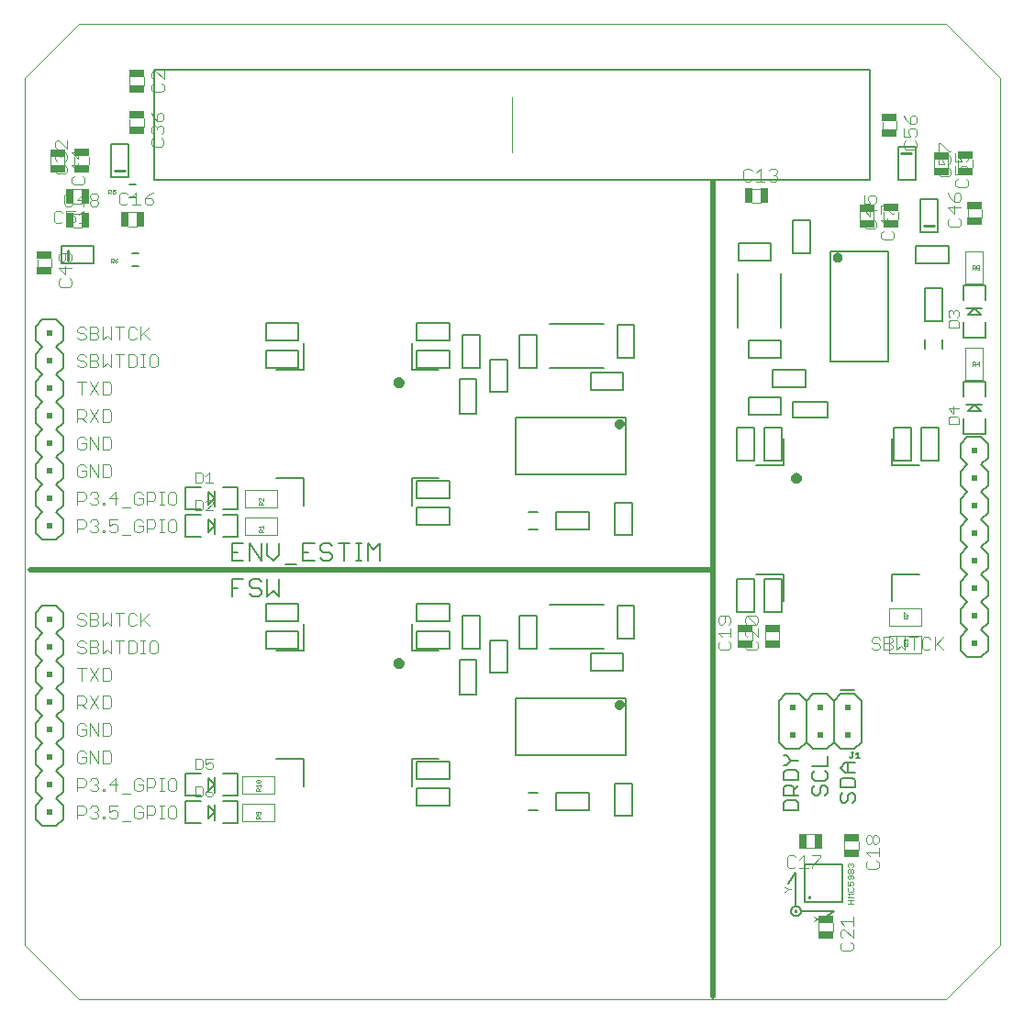
<source format=gto>
G75*
%MOIN*%
%OFA0B0*%
%FSLAX25Y25*%
%IPPOS*%
%LPD*%
%AMOC8*
5,1,8,0,0,1.08239X$1,22.5*
%
%ADD10C,0.00500*%
%ADD11C,0.00400*%
%ADD12C,0.02000*%
%ADD13C,0.00600*%
%ADD14C,0.00100*%
%ADD15R,0.02953X0.05709*%
%ADD16C,0.00000*%
%ADD17C,0.00800*%
%ADD18C,0.01969*%
%ADD19R,0.02000X0.02000*%
%ADD20C,0.00200*%
%ADD21R,0.05709X0.02953*%
%ADD22C,0.00900*%
%ADD23C,0.00300*%
D10*
X0101770Y0091707D02*
X0111613Y0091707D01*
X0111613Y0081865D01*
X0150983Y0081865D02*
X0150983Y0091707D01*
X0160825Y0091707D01*
X0164683Y0090920D02*
X0164683Y0084620D01*
X0152872Y0084620D01*
X0152872Y0090920D01*
X0164683Y0090920D01*
X0164683Y0081077D02*
X0164683Y0074778D01*
X0152872Y0074778D01*
X0152872Y0081077D01*
X0164683Y0081077D01*
X0188719Y0093085D02*
X0188719Y0113951D01*
X0228876Y0113951D01*
X0228876Y0093085D01*
X0188719Y0093085D01*
X0193384Y0079601D02*
X0196829Y0079601D01*
X0196829Y0073302D02*
X0193384Y0073302D01*
X0203561Y0073302D02*
X0203561Y0079601D01*
X0215372Y0079601D01*
X0215372Y0073302D01*
X0203561Y0073302D01*
X0224605Y0071117D02*
X0224605Y0082928D01*
X0230904Y0082928D01*
X0230904Y0071117D01*
X0224605Y0071117D01*
X0185628Y0123124D02*
X0179329Y0123124D01*
X0179329Y0134935D01*
X0185628Y0134935D01*
X0185628Y0123124D01*
X0190156Y0131983D02*
X0196455Y0131983D01*
X0196455Y0143794D01*
X0190156Y0143794D01*
X0190156Y0131983D01*
X0201101Y0131983D02*
X0220786Y0131983D01*
X0215963Y0130191D02*
X0215963Y0123892D01*
X0227774Y0123892D01*
X0227774Y0130191D01*
X0215963Y0130191D01*
X0225589Y0135585D02*
X0225589Y0147396D01*
X0231888Y0147396D01*
X0231888Y0135585D01*
X0225589Y0135585D01*
X0220786Y0147731D02*
X0201101Y0147731D01*
X0175786Y0143794D02*
X0175786Y0131983D01*
X0169487Y0131983D01*
X0169487Y0143794D01*
X0175786Y0143794D01*
X0164683Y0141707D02*
X0152872Y0141707D01*
X0152872Y0148006D01*
X0164683Y0148006D01*
X0164683Y0141707D01*
X0164683Y0138164D02*
X0164683Y0131865D01*
X0152872Y0131865D01*
X0152872Y0138164D01*
X0164683Y0138164D01*
X0160825Y0131077D02*
X0150983Y0131077D01*
X0150983Y0140920D01*
X0168345Y0127691D02*
X0168345Y0115093D01*
X0174250Y0115093D01*
X0174250Y0127691D01*
X0168345Y0127691D01*
X0164683Y0176778D02*
X0152872Y0176778D01*
X0152872Y0183077D01*
X0164683Y0183077D01*
X0164683Y0176778D01*
X0164683Y0186620D02*
X0152872Y0186620D01*
X0152872Y0192920D01*
X0164683Y0192920D01*
X0164683Y0186620D01*
X0160825Y0193707D02*
X0150983Y0193707D01*
X0150983Y0183865D01*
X0168345Y0217093D02*
X0168345Y0229691D01*
X0174250Y0229691D01*
X0174250Y0217093D01*
X0168345Y0217093D01*
X0179329Y0225124D02*
X0185628Y0225124D01*
X0185628Y0236935D01*
X0179329Y0236935D01*
X0179329Y0225124D01*
X0175786Y0233983D02*
X0169487Y0233983D01*
X0169487Y0245794D01*
X0175786Y0245794D01*
X0175786Y0233983D01*
X0164683Y0233865D02*
X0152872Y0233865D01*
X0152872Y0240164D01*
X0164683Y0240164D01*
X0164683Y0233865D01*
X0160825Y0233077D02*
X0150983Y0233077D01*
X0150983Y0242920D01*
X0152872Y0243707D02*
X0152872Y0250006D01*
X0164683Y0250006D01*
X0164683Y0243707D01*
X0152872Y0243707D01*
X0190156Y0245794D02*
X0190156Y0233983D01*
X0196455Y0233983D01*
X0196455Y0245794D01*
X0190156Y0245794D01*
X0201101Y0249731D02*
X0220786Y0249731D01*
X0225589Y0249396D02*
X0231888Y0249396D01*
X0231888Y0237585D01*
X0225589Y0237585D01*
X0225589Y0249396D01*
X0220786Y0233983D02*
X0201101Y0233983D01*
X0215963Y0232191D02*
X0215963Y0225892D01*
X0227774Y0225892D01*
X0227774Y0232191D01*
X0215963Y0232191D01*
X0228876Y0215951D02*
X0188719Y0215951D01*
X0188719Y0195085D01*
X0228876Y0195085D01*
X0228876Y0215951D01*
X0230904Y0184928D02*
X0224605Y0184928D01*
X0224605Y0173117D01*
X0230904Y0173117D01*
X0230904Y0184928D01*
X0215372Y0181601D02*
X0215372Y0175302D01*
X0203561Y0175302D01*
X0203561Y0181601D01*
X0215372Y0181601D01*
X0196829Y0181601D02*
X0193384Y0181601D01*
X0193384Y0175302D02*
X0196829Y0175302D01*
X0269109Y0157096D02*
X0269109Y0145285D01*
X0275408Y0145285D01*
X0275408Y0157096D01*
X0269109Y0157096D01*
X0276195Y0158986D02*
X0286038Y0158986D01*
X0286038Y0149143D01*
X0285250Y0145285D02*
X0278951Y0145285D01*
X0278951Y0157096D01*
X0285250Y0157096D01*
X0285250Y0145285D01*
X0325408Y0149143D02*
X0325408Y0158986D01*
X0335250Y0158986D01*
X0335250Y0198356D02*
X0325408Y0198356D01*
X0325408Y0208198D01*
X0326195Y0212057D02*
X0326195Y0200246D01*
X0332494Y0200246D01*
X0332494Y0212057D01*
X0326195Y0212057D01*
X0336038Y0212057D02*
X0336038Y0200246D01*
X0342337Y0200246D01*
X0342337Y0212057D01*
X0336038Y0212057D01*
X0324030Y0236092D02*
X0303164Y0236092D01*
X0303164Y0276250D01*
X0324030Y0276250D01*
X0324030Y0236092D01*
X0337514Y0240757D02*
X0337514Y0244202D01*
X0343813Y0244202D02*
X0343813Y0240757D01*
X0343813Y0250935D02*
X0337514Y0250935D01*
X0337514Y0262746D01*
X0343813Y0262746D01*
X0343813Y0250935D01*
X0345998Y0271978D02*
X0334187Y0271978D01*
X0334187Y0278277D01*
X0345998Y0278277D01*
X0345998Y0271978D01*
X0341947Y0283237D02*
X0335648Y0283237D01*
X0335648Y0295048D01*
X0341947Y0295048D01*
X0341947Y0283237D01*
X0333947Y0302237D02*
X0327648Y0302237D01*
X0327648Y0314048D01*
X0333947Y0314048D01*
X0333947Y0302237D01*
X0295585Y0287352D02*
X0295585Y0275541D01*
X0289286Y0275541D01*
X0289286Y0287352D01*
X0295585Y0287352D01*
X0281530Y0279261D02*
X0281530Y0272962D01*
X0269719Y0272962D01*
X0269719Y0279261D01*
X0281530Y0279261D01*
X0285132Y0268159D02*
X0285132Y0248474D01*
X0285132Y0243828D02*
X0285132Y0237529D01*
X0273321Y0237529D01*
X0273321Y0243828D01*
X0285132Y0243828D01*
X0282180Y0233002D02*
X0293991Y0233002D01*
X0293991Y0226702D01*
X0282180Y0226702D01*
X0282180Y0233002D01*
X0285132Y0223159D02*
X0273321Y0223159D01*
X0273321Y0216860D01*
X0285132Y0216860D01*
X0285132Y0223159D01*
X0289424Y0221624D02*
X0302022Y0221624D01*
X0302022Y0215718D01*
X0289424Y0215718D01*
X0289424Y0221624D01*
X0285250Y0212057D02*
X0278951Y0212057D01*
X0278951Y0200246D01*
X0285250Y0200246D01*
X0285250Y0212057D01*
X0286038Y0208198D02*
X0286038Y0198356D01*
X0276195Y0198356D01*
X0275408Y0200246D02*
X0269109Y0200246D01*
X0269109Y0212057D01*
X0275408Y0212057D01*
X0275408Y0200246D01*
X0269384Y0248474D02*
X0269384Y0268159D01*
X0111613Y0242920D02*
X0111613Y0233077D01*
X0101770Y0233077D01*
X0097912Y0233865D02*
X0097912Y0240164D01*
X0109723Y0240164D01*
X0109723Y0233865D01*
X0097912Y0233865D01*
X0097912Y0243707D02*
X0097912Y0250006D01*
X0109723Y0250006D01*
X0109723Y0243707D01*
X0097912Y0243707D01*
X0101770Y0193707D02*
X0111613Y0193707D01*
X0111613Y0183865D01*
X0109723Y0148006D02*
X0097912Y0148006D01*
X0097912Y0141707D01*
X0109723Y0141707D01*
X0109723Y0148006D01*
X0111613Y0140920D02*
X0111613Y0131077D01*
X0101770Y0131077D01*
X0097912Y0131865D02*
X0097912Y0138164D01*
X0109723Y0138164D01*
X0109723Y0131865D01*
X0097912Y0131865D01*
X0035453Y0271743D02*
X0023642Y0271743D01*
X0023642Y0278042D01*
X0035453Y0278042D01*
X0035453Y0271743D01*
X0041648Y0303237D02*
X0047947Y0303237D01*
X0047947Y0315048D01*
X0041648Y0315048D01*
X0041648Y0303237D01*
X0286043Y0093111D02*
X0286945Y0093111D01*
X0288748Y0091308D01*
X0291453Y0091308D01*
X0288748Y0091308D02*
X0286945Y0089504D01*
X0286043Y0089504D01*
X0286945Y0087673D02*
X0286043Y0086772D01*
X0286043Y0084067D01*
X0291453Y0084067D01*
X0291453Y0086772D01*
X0290551Y0087673D01*
X0286945Y0087673D01*
X0286945Y0082236D02*
X0286043Y0081334D01*
X0286043Y0078629D01*
X0291453Y0078629D01*
X0289650Y0078629D02*
X0289650Y0081334D01*
X0288748Y0082236D01*
X0286945Y0082236D01*
X0289650Y0080432D02*
X0291453Y0082236D01*
X0296543Y0081134D02*
X0296543Y0079331D01*
X0297445Y0078429D01*
X0298346Y0078429D01*
X0299248Y0079331D01*
X0299248Y0081134D01*
X0300150Y0082036D01*
X0301051Y0082036D01*
X0301953Y0081134D01*
X0301953Y0079331D01*
X0301051Y0078429D01*
X0297445Y0082036D02*
X0296543Y0081134D01*
X0297445Y0083867D02*
X0301051Y0083867D01*
X0301953Y0084768D01*
X0301953Y0086572D01*
X0301051Y0087473D01*
X0301953Y0089304D02*
X0296543Y0089304D01*
X0297445Y0087473D02*
X0296543Y0086572D01*
X0296543Y0084768D01*
X0297445Y0083867D01*
X0301953Y0089304D02*
X0301953Y0092911D01*
X0306643Y0088608D02*
X0308446Y0090411D01*
X0312053Y0090411D01*
X0312338Y0092242D02*
X0313605Y0092242D01*
X0312972Y0092242D02*
X0312972Y0094144D01*
X0312338Y0093510D01*
X0311396Y0094144D02*
X0310762Y0094144D01*
X0311079Y0094144D02*
X0311079Y0092559D01*
X0310762Y0092242D01*
X0310445Y0092242D01*
X0310128Y0092559D01*
X0309348Y0090411D02*
X0309348Y0086804D01*
X0308446Y0086804D02*
X0306643Y0088608D01*
X0308446Y0086804D02*
X0312053Y0086804D01*
X0311151Y0084973D02*
X0307545Y0084973D01*
X0306643Y0084072D01*
X0306643Y0081367D01*
X0312053Y0081367D01*
X0312053Y0084072D01*
X0311151Y0084973D01*
X0311151Y0079536D02*
X0312053Y0078634D01*
X0312053Y0076831D01*
X0311151Y0075929D01*
X0309348Y0076831D02*
X0308446Y0075929D01*
X0307545Y0075929D01*
X0306643Y0076831D01*
X0306643Y0078634D01*
X0307545Y0079536D01*
X0309348Y0078634D02*
X0310250Y0079536D01*
X0311151Y0079536D01*
X0309348Y0078634D02*
X0309348Y0076831D01*
X0291453Y0075896D02*
X0290551Y0076798D01*
X0286945Y0076798D01*
X0286043Y0075896D01*
X0286043Y0073191D01*
X0291453Y0073191D01*
X0291453Y0075896D01*
X0293707Y0053455D02*
X0307487Y0053455D01*
X0307487Y0039676D01*
X0293707Y0039676D01*
X0293707Y0053455D01*
X0290557Y0050502D02*
X0287605Y0046565D01*
X0290557Y0050502D02*
X0290557Y0038691D01*
X0290279Y0036526D02*
X0290281Y0036559D01*
X0290287Y0036591D01*
X0290296Y0036623D01*
X0290310Y0036653D01*
X0290326Y0036681D01*
X0290346Y0036707D01*
X0290369Y0036731D01*
X0290395Y0036752D01*
X0290423Y0036769D01*
X0290453Y0036784D01*
X0290484Y0036794D01*
X0290516Y0036801D01*
X0290549Y0036804D01*
X0290582Y0036803D01*
X0290614Y0036798D01*
X0290646Y0036789D01*
X0290677Y0036777D01*
X0290705Y0036761D01*
X0290732Y0036742D01*
X0290756Y0036720D01*
X0290778Y0036695D01*
X0290796Y0036667D01*
X0290811Y0036638D01*
X0290823Y0036607D01*
X0290831Y0036575D01*
X0290835Y0036542D01*
X0290835Y0036510D01*
X0290831Y0036477D01*
X0290823Y0036445D01*
X0290811Y0036414D01*
X0290796Y0036385D01*
X0290778Y0036357D01*
X0290756Y0036332D01*
X0290732Y0036310D01*
X0290705Y0036291D01*
X0290677Y0036275D01*
X0290646Y0036263D01*
X0290614Y0036254D01*
X0290582Y0036249D01*
X0290549Y0036248D01*
X0290516Y0036251D01*
X0290484Y0036258D01*
X0290453Y0036268D01*
X0290423Y0036283D01*
X0290395Y0036300D01*
X0290369Y0036321D01*
X0290346Y0036345D01*
X0290326Y0036371D01*
X0290310Y0036399D01*
X0290296Y0036429D01*
X0290287Y0036461D01*
X0290281Y0036493D01*
X0290279Y0036526D01*
X0288774Y0036526D02*
X0288776Y0036610D01*
X0288782Y0036694D01*
X0288792Y0036778D01*
X0288806Y0036861D01*
X0288824Y0036943D01*
X0288845Y0037025D01*
X0288871Y0037105D01*
X0288900Y0037184D01*
X0288933Y0037261D01*
X0288969Y0037337D01*
X0289009Y0037411D01*
X0289053Y0037484D01*
X0289100Y0037553D01*
X0289150Y0037621D01*
X0289203Y0037686D01*
X0289260Y0037749D01*
X0289319Y0037809D01*
X0289381Y0037866D01*
X0289445Y0037920D01*
X0289512Y0037971D01*
X0289582Y0038019D01*
X0289653Y0038063D01*
X0289727Y0038104D01*
X0289802Y0038141D01*
X0289880Y0038175D01*
X0289958Y0038205D01*
X0290038Y0038232D01*
X0290119Y0038254D01*
X0290201Y0038273D01*
X0290284Y0038288D01*
X0290368Y0038299D01*
X0290452Y0038306D01*
X0290536Y0038309D01*
X0290620Y0038308D01*
X0290704Y0038303D01*
X0290788Y0038294D01*
X0290871Y0038281D01*
X0290954Y0038264D01*
X0291035Y0038244D01*
X0291116Y0038219D01*
X0291195Y0038191D01*
X0291273Y0038159D01*
X0291350Y0038123D01*
X0291424Y0038084D01*
X0291497Y0038041D01*
X0291567Y0037995D01*
X0291635Y0037946D01*
X0291701Y0037893D01*
X0291765Y0037838D01*
X0291825Y0037779D01*
X0291883Y0037718D01*
X0291938Y0037654D01*
X0291990Y0037588D01*
X0292038Y0037519D01*
X0292083Y0037448D01*
X0292125Y0037375D01*
X0292163Y0037300D01*
X0292198Y0037223D01*
X0292229Y0037145D01*
X0292257Y0037065D01*
X0292280Y0036984D01*
X0292300Y0036902D01*
X0292316Y0036819D01*
X0292328Y0036736D01*
X0292336Y0036652D01*
X0292340Y0036568D01*
X0292340Y0036484D01*
X0292336Y0036400D01*
X0292328Y0036316D01*
X0292316Y0036233D01*
X0292300Y0036150D01*
X0292280Y0036068D01*
X0292257Y0035987D01*
X0292229Y0035907D01*
X0292198Y0035829D01*
X0292163Y0035752D01*
X0292125Y0035677D01*
X0292083Y0035604D01*
X0292038Y0035533D01*
X0291990Y0035464D01*
X0291938Y0035398D01*
X0291883Y0035334D01*
X0291825Y0035273D01*
X0291765Y0035214D01*
X0291701Y0035159D01*
X0291635Y0035106D01*
X0291567Y0035057D01*
X0291497Y0035011D01*
X0291424Y0034968D01*
X0291350Y0034929D01*
X0291273Y0034893D01*
X0291195Y0034861D01*
X0291116Y0034833D01*
X0291035Y0034808D01*
X0290954Y0034788D01*
X0290871Y0034771D01*
X0290788Y0034758D01*
X0290704Y0034749D01*
X0290620Y0034744D01*
X0290536Y0034743D01*
X0290452Y0034746D01*
X0290368Y0034753D01*
X0290284Y0034764D01*
X0290201Y0034779D01*
X0290119Y0034798D01*
X0290038Y0034820D01*
X0289958Y0034847D01*
X0289880Y0034877D01*
X0289802Y0034911D01*
X0289727Y0034948D01*
X0289653Y0034989D01*
X0289582Y0035033D01*
X0289512Y0035081D01*
X0289445Y0035132D01*
X0289381Y0035186D01*
X0289319Y0035243D01*
X0289260Y0035303D01*
X0289203Y0035366D01*
X0289150Y0035431D01*
X0289100Y0035499D01*
X0289053Y0035568D01*
X0289009Y0035641D01*
X0288969Y0035715D01*
X0288933Y0035791D01*
X0288900Y0035868D01*
X0288871Y0035947D01*
X0288845Y0036027D01*
X0288824Y0036109D01*
X0288806Y0036191D01*
X0288792Y0036274D01*
X0288782Y0036358D01*
X0288776Y0036442D01*
X0288774Y0036526D01*
X0292723Y0036526D02*
X0304534Y0036526D01*
X0300597Y0033967D01*
X0295266Y0041546D02*
X0295268Y0041581D01*
X0295274Y0041615D01*
X0295283Y0041649D01*
X0295297Y0041681D01*
X0295314Y0041711D01*
X0295334Y0041740D01*
X0295357Y0041766D01*
X0295383Y0041789D01*
X0295412Y0041809D01*
X0295442Y0041826D01*
X0295474Y0041840D01*
X0295508Y0041849D01*
X0295542Y0041855D01*
X0295577Y0041857D01*
X0295612Y0041855D01*
X0295646Y0041849D01*
X0295680Y0041840D01*
X0295712Y0041826D01*
X0295742Y0041809D01*
X0295771Y0041789D01*
X0295797Y0041766D01*
X0295820Y0041740D01*
X0295840Y0041711D01*
X0295857Y0041681D01*
X0295871Y0041649D01*
X0295880Y0041615D01*
X0295886Y0041581D01*
X0295888Y0041546D01*
X0295886Y0041511D01*
X0295880Y0041477D01*
X0295871Y0041443D01*
X0295857Y0041411D01*
X0295840Y0041381D01*
X0295820Y0041352D01*
X0295797Y0041326D01*
X0295771Y0041303D01*
X0295742Y0041283D01*
X0295712Y0041266D01*
X0295680Y0041252D01*
X0295646Y0041243D01*
X0295612Y0041237D01*
X0295577Y0041235D01*
X0295542Y0041237D01*
X0295508Y0041243D01*
X0295474Y0041252D01*
X0295442Y0041266D01*
X0295412Y0041283D01*
X0295383Y0041303D01*
X0295357Y0041326D01*
X0295334Y0041352D01*
X0295314Y0041381D01*
X0295297Y0041411D01*
X0295283Y0041443D01*
X0295274Y0041477D01*
X0295268Y0041511D01*
X0295266Y0041546D01*
D11*
X0298874Y0032124D02*
X0298874Y0029223D01*
X0304071Y0029223D02*
X0304071Y0032223D01*
X0306669Y0032854D02*
X0311272Y0032854D01*
X0311272Y0034388D02*
X0311272Y0031319D01*
X0311272Y0029784D02*
X0311272Y0026715D01*
X0308203Y0029784D01*
X0307436Y0029784D01*
X0306669Y0029017D01*
X0306669Y0027482D01*
X0307436Y0026715D01*
X0307436Y0025180D02*
X0306669Y0024413D01*
X0306669Y0022878D01*
X0307436Y0022111D01*
X0310505Y0022111D01*
X0311272Y0022878D01*
X0311272Y0024413D01*
X0310505Y0025180D01*
X0308203Y0031319D02*
X0306669Y0032854D01*
X0316771Y0051765D02*
X0319841Y0051765D01*
X0320608Y0052532D01*
X0320608Y0054067D01*
X0319841Y0054834D01*
X0320608Y0056369D02*
X0320608Y0059438D01*
X0320608Y0057903D02*
X0316004Y0057903D01*
X0317539Y0056369D01*
X0316771Y0054834D02*
X0316004Y0054067D01*
X0316004Y0052532D01*
X0316771Y0051765D01*
X0313406Y0058876D02*
X0313406Y0061876D01*
X0316004Y0061740D02*
X0316004Y0063274D01*
X0316771Y0064042D01*
X0317539Y0064042D01*
X0318306Y0063274D01*
X0318306Y0061740D01*
X0317539Y0060972D01*
X0316771Y0060972D01*
X0316004Y0061740D01*
X0318306Y0061740D02*
X0319073Y0060972D01*
X0319841Y0060972D01*
X0320608Y0061740D01*
X0320608Y0063274D01*
X0319841Y0064042D01*
X0319073Y0064042D01*
X0318306Y0063274D01*
X0308209Y0061778D02*
X0308209Y0058876D01*
X0299563Y0056796D02*
X0299563Y0056029D01*
X0296494Y0052959D01*
X0296494Y0052192D01*
X0294959Y0052192D02*
X0291890Y0052192D01*
X0293424Y0052192D02*
X0293424Y0056796D01*
X0291890Y0055261D01*
X0290355Y0056029D02*
X0289588Y0056796D01*
X0288053Y0056796D01*
X0287286Y0056029D01*
X0287286Y0052959D01*
X0288053Y0052192D01*
X0289588Y0052192D01*
X0290355Y0052959D01*
X0294398Y0059394D02*
X0297398Y0059394D01*
X0296494Y0056796D02*
X0299563Y0056796D01*
X0297299Y0064591D02*
X0294398Y0064591D01*
X0275945Y0131443D02*
X0272875Y0131443D01*
X0272108Y0132210D01*
X0272108Y0133744D01*
X0272875Y0134512D01*
X0272875Y0136046D02*
X0272108Y0136814D01*
X0272108Y0138348D01*
X0272875Y0139116D01*
X0273643Y0139116D01*
X0276712Y0136046D01*
X0276712Y0139116D01*
X0275945Y0140650D02*
X0272875Y0143720D01*
X0275945Y0143720D01*
X0276712Y0142952D01*
X0276712Y0141418D01*
X0275945Y0140650D01*
X0272875Y0140650D01*
X0272108Y0141418D01*
X0272108Y0142952D01*
X0272875Y0143720D01*
X0266869Y0142952D02*
X0266102Y0143720D01*
X0263033Y0143720D01*
X0262265Y0142952D01*
X0262265Y0141418D01*
X0263033Y0140650D01*
X0263800Y0140650D01*
X0264567Y0141418D01*
X0264567Y0143720D01*
X0266869Y0142952D02*
X0266869Y0141418D01*
X0266102Y0140650D01*
X0266869Y0139116D02*
X0266869Y0136046D01*
X0266869Y0137581D02*
X0262265Y0137581D01*
X0263800Y0136046D01*
X0263033Y0134512D02*
X0262265Y0133744D01*
X0262265Y0132210D01*
X0263033Y0131443D01*
X0266102Y0131443D01*
X0266869Y0132210D01*
X0266869Y0133744D01*
X0266102Y0134512D01*
X0269471Y0134743D02*
X0269471Y0137743D01*
X0274668Y0137743D02*
X0274668Y0134841D01*
X0275945Y0134512D02*
X0276712Y0133744D01*
X0276712Y0132210D01*
X0275945Y0131443D01*
X0279313Y0134743D02*
X0279313Y0137743D01*
X0284510Y0137743D02*
X0284510Y0134841D01*
X0317937Y0134498D02*
X0318704Y0133731D01*
X0320239Y0133731D01*
X0321006Y0132964D01*
X0321006Y0132196D01*
X0320239Y0131429D01*
X0318704Y0131429D01*
X0317937Y0132196D01*
X0317937Y0134498D02*
X0317937Y0135266D01*
X0318704Y0136033D01*
X0320239Y0136033D01*
X0321006Y0135266D01*
X0322541Y0136033D02*
X0322541Y0131429D01*
X0324843Y0131429D01*
X0325610Y0132196D01*
X0325610Y0132964D01*
X0324843Y0133731D01*
X0322541Y0133731D01*
X0324843Y0133731D02*
X0325610Y0134498D01*
X0325610Y0135266D01*
X0324843Y0136033D01*
X0322541Y0136033D01*
X0327145Y0136033D02*
X0327145Y0131429D01*
X0328680Y0132964D01*
X0330214Y0131429D01*
X0330214Y0136033D01*
X0331749Y0136033D02*
X0334818Y0136033D01*
X0333283Y0136033D02*
X0333283Y0131429D01*
X0336353Y0132196D02*
X0337120Y0131429D01*
X0338655Y0131429D01*
X0339422Y0132196D01*
X0340957Y0131429D02*
X0340957Y0136033D01*
X0339422Y0135266D02*
X0338655Y0136033D01*
X0337120Y0136033D01*
X0336353Y0135266D01*
X0336353Y0132196D01*
X0340957Y0132964D02*
X0344026Y0136033D01*
X0341724Y0133731D02*
X0344026Y0131429D01*
X0325330Y0280530D02*
X0326098Y0281298D01*
X0326098Y0282832D01*
X0325330Y0283600D01*
X0323796Y0285134D02*
X0323796Y0288204D01*
X0322449Y0287642D02*
X0322449Y0290642D01*
X0321494Y0289738D02*
X0321494Y0292807D01*
X0322261Y0292807D01*
X0325330Y0289738D01*
X0326098Y0289738D01*
X0327646Y0290642D02*
X0327646Y0287741D01*
X0326098Y0287436D02*
X0321494Y0287436D01*
X0323796Y0285134D01*
X0322261Y0283600D02*
X0321494Y0282832D01*
X0321494Y0281298D01*
X0322261Y0280530D01*
X0325330Y0280530D01*
X0319848Y0285109D02*
X0319080Y0284342D01*
X0316011Y0284342D01*
X0315244Y0285109D01*
X0315244Y0286644D01*
X0316011Y0287411D01*
X0317546Y0288946D02*
X0315244Y0291248D01*
X0319848Y0291248D01*
X0318896Y0290642D02*
X0318896Y0287642D01*
X0319080Y0287411D02*
X0319848Y0286644D01*
X0319848Y0285109D01*
X0317546Y0288946D02*
X0317546Y0292015D01*
X0317546Y0293550D02*
X0316778Y0295085D01*
X0316778Y0295852D01*
X0317546Y0296619D01*
X0319080Y0296619D01*
X0319848Y0295852D01*
X0319848Y0294317D01*
X0319080Y0293550D01*
X0317546Y0293550D02*
X0315244Y0293550D01*
X0315244Y0296619D01*
X0313699Y0290544D02*
X0313699Y0287642D01*
X0330511Y0313280D02*
X0329744Y0314048D01*
X0329744Y0315582D01*
X0330511Y0316350D01*
X0329744Y0317884D02*
X0332046Y0317884D01*
X0331278Y0319419D01*
X0331278Y0320186D01*
X0332046Y0320954D01*
X0333580Y0320954D01*
X0334348Y0320186D01*
X0334348Y0318652D01*
X0333580Y0317884D01*
X0333580Y0316350D02*
X0334348Y0315582D01*
X0334348Y0314048D01*
X0333580Y0313280D01*
X0330511Y0313280D01*
X0329744Y0317884D02*
X0329744Y0320954D01*
X0327146Y0320392D02*
X0327146Y0323392D01*
X0329744Y0325557D02*
X0330511Y0324023D01*
X0332046Y0322488D01*
X0332046Y0324790D01*
X0332813Y0325557D01*
X0333580Y0325557D01*
X0334348Y0324790D01*
X0334348Y0323255D01*
X0333580Y0322488D01*
X0332046Y0322488D01*
X0321949Y0323294D02*
X0321949Y0320392D01*
X0342244Y0315619D02*
X0342244Y0312550D01*
X0342244Y0311015D02*
X0342244Y0307946D01*
X0344546Y0307946D01*
X0343778Y0309481D01*
X0343778Y0310248D01*
X0344546Y0311015D01*
X0346080Y0311015D01*
X0346848Y0310248D01*
X0346848Y0308713D01*
X0346080Y0307946D01*
X0345896Y0306642D02*
X0345896Y0309642D01*
X0348494Y0308738D02*
X0348494Y0311807D01*
X0350028Y0311040D02*
X0350796Y0311807D01*
X0352330Y0311807D01*
X0353098Y0311040D01*
X0353098Y0309505D01*
X0352330Y0308738D01*
X0350796Y0308738D02*
X0350028Y0310273D01*
X0350028Y0311040D01*
X0349449Y0309642D02*
X0349449Y0306642D01*
X0350028Y0306436D02*
X0350796Y0307204D01*
X0352330Y0307204D01*
X0353098Y0306436D01*
X0353098Y0304902D01*
X0352330Y0304134D01*
X0350796Y0304134D02*
X0350028Y0305669D01*
X0350028Y0306436D01*
X0348494Y0307204D02*
X0348494Y0304134D01*
X0350796Y0304134D01*
X0352330Y0302600D02*
X0353098Y0301832D01*
X0353098Y0300298D01*
X0352330Y0299530D01*
X0349261Y0299530D01*
X0348494Y0300298D01*
X0348494Y0301832D01*
X0349261Y0302600D01*
X0346848Y0304109D02*
X0346848Y0305644D01*
X0346080Y0306411D01*
X0346848Y0304109D02*
X0346080Y0303342D01*
X0343011Y0303342D01*
X0342244Y0304109D01*
X0342244Y0305644D01*
X0343011Y0306411D01*
X0340699Y0306642D02*
X0340699Y0309544D01*
X0346080Y0312550D02*
X0346848Y0312550D01*
X0346080Y0312550D02*
X0343011Y0315619D01*
X0342244Y0315619D01*
X0348494Y0308738D02*
X0350796Y0308738D01*
X0354646Y0309642D02*
X0354646Y0306741D01*
X0349580Y0297369D02*
X0348813Y0297369D01*
X0348046Y0296602D01*
X0348046Y0294300D01*
X0349580Y0294300D01*
X0350348Y0295067D01*
X0350348Y0296602D01*
X0349580Y0297369D01*
X0346511Y0295835D02*
X0348046Y0294300D01*
X0348046Y0292765D02*
X0348046Y0289696D01*
X0345744Y0291998D01*
X0350348Y0291998D01*
X0352949Y0291392D02*
X0352949Y0288392D01*
X0350348Y0287394D02*
X0349580Y0288161D01*
X0350348Y0287394D02*
X0350348Y0285859D01*
X0349580Y0285092D01*
X0346511Y0285092D01*
X0345744Y0285859D01*
X0345744Y0287394D01*
X0346511Y0288161D01*
X0346511Y0295835D02*
X0345744Y0297369D01*
X0358146Y0291392D02*
X0358146Y0288491D01*
X0283775Y0302359D02*
X0283007Y0301592D01*
X0281473Y0301592D01*
X0280705Y0302359D01*
X0279171Y0301592D02*
X0276102Y0301592D01*
X0277636Y0301592D02*
X0277636Y0306196D01*
X0276102Y0304661D01*
X0274567Y0305429D02*
X0273800Y0306196D01*
X0272265Y0306196D01*
X0271498Y0305429D01*
X0271498Y0302359D01*
X0272265Y0301592D01*
X0273800Y0301592D01*
X0274567Y0302359D01*
X0274798Y0298991D02*
X0277798Y0298991D01*
X0277798Y0293794D02*
X0274896Y0293794D01*
X0283775Y0302359D02*
X0283775Y0303127D01*
X0283007Y0303894D01*
X0282240Y0303894D01*
X0283007Y0303894D02*
X0283775Y0304661D01*
X0283775Y0305429D01*
X0283007Y0306196D01*
X0281473Y0306196D01*
X0280705Y0305429D01*
X0065562Y0187929D02*
X0065562Y0184859D01*
X0064794Y0184092D01*
X0063260Y0184092D01*
X0062492Y0184859D01*
X0062492Y0187929D01*
X0063260Y0188696D01*
X0064794Y0188696D01*
X0065562Y0187929D01*
X0060958Y0188696D02*
X0059423Y0188696D01*
X0060190Y0188696D02*
X0060190Y0184092D01*
X0059423Y0184092D02*
X0060958Y0184092D01*
X0057888Y0186394D02*
X0057888Y0187929D01*
X0057121Y0188696D01*
X0054819Y0188696D01*
X0054819Y0184092D01*
X0054819Y0185627D02*
X0057121Y0185627D01*
X0057888Y0186394D01*
X0053285Y0186394D02*
X0051750Y0186394D01*
X0053285Y0186394D02*
X0053285Y0184859D01*
X0052517Y0184092D01*
X0050983Y0184092D01*
X0050215Y0184859D01*
X0050215Y0187929D01*
X0050983Y0188696D01*
X0052517Y0188696D01*
X0053285Y0187929D01*
X0048681Y0183325D02*
X0045611Y0183325D01*
X0043309Y0184092D02*
X0043309Y0188696D01*
X0041007Y0186394D01*
X0044077Y0186394D01*
X0039473Y0184859D02*
X0039473Y0184092D01*
X0038705Y0184092D01*
X0038705Y0184859D01*
X0039473Y0184859D01*
X0037171Y0184859D02*
X0036404Y0184092D01*
X0034869Y0184092D01*
X0034102Y0184859D01*
X0035636Y0186394D02*
X0036404Y0186394D01*
X0037171Y0185627D01*
X0037171Y0184859D01*
X0036404Y0186394D02*
X0037171Y0187161D01*
X0037171Y0187929D01*
X0036404Y0188696D01*
X0034869Y0188696D01*
X0034102Y0187929D01*
X0032567Y0187929D02*
X0032567Y0186394D01*
X0031800Y0185627D01*
X0029498Y0185627D01*
X0029498Y0184092D02*
X0029498Y0188696D01*
X0031800Y0188696D01*
X0032567Y0187929D01*
X0031800Y0194092D02*
X0032567Y0194859D01*
X0032567Y0196394D01*
X0031032Y0196394D01*
X0029498Y0194859D02*
X0030265Y0194092D01*
X0031800Y0194092D01*
X0034102Y0194092D02*
X0034102Y0198696D01*
X0037171Y0194092D01*
X0037171Y0198696D01*
X0038705Y0198696D02*
X0038705Y0194092D01*
X0041007Y0194092D01*
X0041775Y0194859D01*
X0041775Y0197929D01*
X0041007Y0198696D01*
X0038705Y0198696D01*
X0038705Y0204092D02*
X0041007Y0204092D01*
X0041775Y0204859D01*
X0041775Y0207929D01*
X0041007Y0208696D01*
X0038705Y0208696D01*
X0038705Y0204092D01*
X0037171Y0204092D02*
X0037171Y0208696D01*
X0034102Y0208696D02*
X0034102Y0204092D01*
X0032567Y0204859D02*
X0032567Y0206394D01*
X0031032Y0206394D01*
X0029498Y0204859D02*
X0030265Y0204092D01*
X0031800Y0204092D01*
X0032567Y0204859D01*
X0029498Y0204859D02*
X0029498Y0207929D01*
X0030265Y0208696D01*
X0031800Y0208696D01*
X0032567Y0207929D01*
X0034102Y0208696D02*
X0037171Y0204092D01*
X0031800Y0198696D02*
X0030265Y0198696D01*
X0029498Y0197929D01*
X0029498Y0194859D01*
X0032567Y0197929D02*
X0031800Y0198696D01*
X0032567Y0214092D02*
X0031032Y0215627D01*
X0031800Y0215627D02*
X0029498Y0215627D01*
X0029498Y0214092D02*
X0029498Y0218696D01*
X0031800Y0218696D01*
X0032567Y0217929D01*
X0032567Y0216394D01*
X0031800Y0215627D01*
X0034102Y0214092D02*
X0037171Y0218696D01*
X0038705Y0218696D02*
X0038705Y0214092D01*
X0041007Y0214092D01*
X0041775Y0214859D01*
X0041775Y0217929D01*
X0041007Y0218696D01*
X0038705Y0218696D01*
X0034102Y0218696D02*
X0037171Y0214092D01*
X0037171Y0224092D02*
X0034102Y0228696D01*
X0032567Y0228696D02*
X0029498Y0228696D01*
X0031032Y0228696D02*
X0031032Y0224092D01*
X0034102Y0224092D02*
X0037171Y0228696D01*
X0038705Y0228696D02*
X0038705Y0224092D01*
X0041007Y0224092D01*
X0041775Y0224859D01*
X0041775Y0227929D01*
X0041007Y0228696D01*
X0038705Y0228696D01*
X0038705Y0234092D02*
X0040240Y0235627D01*
X0041775Y0234092D01*
X0041775Y0238696D01*
X0043309Y0238696D02*
X0046379Y0238696D01*
X0047913Y0238696D02*
X0047913Y0234092D01*
X0050215Y0234092D01*
X0050983Y0234859D01*
X0050983Y0237929D01*
X0050215Y0238696D01*
X0047913Y0238696D01*
X0044844Y0238696D02*
X0044844Y0234092D01*
X0038705Y0234092D02*
X0038705Y0238696D01*
X0037171Y0237929D02*
X0037171Y0237161D01*
X0036404Y0236394D01*
X0034102Y0236394D01*
X0032567Y0235627D02*
X0032567Y0234859D01*
X0031800Y0234092D01*
X0030265Y0234092D01*
X0029498Y0234859D01*
X0030265Y0236394D02*
X0029498Y0237161D01*
X0029498Y0237929D01*
X0030265Y0238696D01*
X0031800Y0238696D01*
X0032567Y0237929D01*
X0034102Y0238696D02*
X0034102Y0234092D01*
X0036404Y0234092D01*
X0037171Y0234859D01*
X0037171Y0235627D01*
X0036404Y0236394D01*
X0037171Y0237929D02*
X0036404Y0238696D01*
X0034102Y0238696D01*
X0031800Y0236394D02*
X0032567Y0235627D01*
X0031800Y0236394D02*
X0030265Y0236394D01*
X0030265Y0244092D02*
X0029498Y0244859D01*
X0030265Y0244092D01*
X0031800Y0244092D01*
X0032567Y0244859D01*
X0032567Y0245627D01*
X0031800Y0246394D01*
X0030265Y0246394D01*
X0029498Y0247161D01*
X0029498Y0247929D01*
X0030265Y0248696D01*
X0031800Y0248696D01*
X0032567Y0247929D01*
X0031800Y0248696D01*
X0030265Y0248696D01*
X0029498Y0247929D01*
X0029498Y0247161D01*
X0030265Y0246394D01*
X0031800Y0246394D01*
X0032567Y0245627D01*
X0032567Y0244859D01*
X0031800Y0244092D01*
X0030265Y0244092D01*
X0034102Y0244092D02*
X0036404Y0244092D01*
X0037171Y0244859D01*
X0037171Y0245627D01*
X0036404Y0246394D01*
X0034102Y0246394D01*
X0036404Y0246394D01*
X0037171Y0247161D01*
X0037171Y0247929D01*
X0036404Y0248696D01*
X0034102Y0248696D01*
X0034102Y0244092D01*
X0036404Y0244092D01*
X0037171Y0244859D01*
X0037171Y0245627D01*
X0036404Y0246394D01*
X0037171Y0247161D01*
X0037171Y0247929D01*
X0036404Y0248696D01*
X0034102Y0248696D01*
X0034102Y0244092D01*
X0038705Y0244092D02*
X0040240Y0245627D01*
X0041775Y0244092D01*
X0041775Y0248696D01*
X0041775Y0244092D01*
X0040240Y0245627D01*
X0038705Y0244092D01*
X0038705Y0248696D01*
X0038705Y0244092D01*
X0044844Y0244092D02*
X0044844Y0248696D01*
X0044844Y0244092D01*
X0047913Y0244859D02*
X0047913Y0247929D01*
X0048681Y0248696D01*
X0050215Y0248696D01*
X0050983Y0247929D01*
X0050215Y0248696D01*
X0048681Y0248696D01*
X0047913Y0247929D01*
X0047913Y0244859D01*
X0048681Y0244092D01*
X0050215Y0244092D01*
X0050983Y0244859D01*
X0050215Y0244092D01*
X0048681Y0244092D01*
X0047913Y0244859D01*
X0046379Y0248696D02*
X0043309Y0248696D01*
X0046379Y0248696D01*
X0052517Y0248696D02*
X0052517Y0244092D01*
X0052517Y0248696D01*
X0053285Y0246394D02*
X0055587Y0244092D01*
X0053285Y0246394D01*
X0052517Y0245627D02*
X0055587Y0248696D01*
X0052517Y0245627D01*
X0052517Y0238696D02*
X0054052Y0238696D01*
X0053285Y0238696D02*
X0053285Y0234092D01*
X0054052Y0234092D02*
X0052517Y0234092D01*
X0055587Y0234859D02*
X0056354Y0234092D01*
X0057888Y0234092D01*
X0058656Y0234859D01*
X0058656Y0237929D01*
X0057888Y0238696D01*
X0056354Y0238696D01*
X0055587Y0237929D01*
X0055587Y0234859D01*
X0026580Y0263280D02*
X0027348Y0264048D01*
X0027348Y0265582D01*
X0026580Y0266350D01*
X0025046Y0267884D02*
X0025046Y0270954D01*
X0024278Y0272488D02*
X0025046Y0273255D01*
X0025046Y0275557D01*
X0026580Y0275557D02*
X0023511Y0275557D01*
X0022744Y0274790D01*
X0022744Y0273255D01*
X0023511Y0272488D01*
X0024278Y0272488D01*
X0026580Y0272488D02*
X0027348Y0273255D01*
X0027348Y0274790D01*
X0026580Y0275557D01*
X0027348Y0270186D02*
X0022744Y0270186D01*
X0025046Y0267884D01*
X0023511Y0266350D02*
X0022744Y0265582D01*
X0022744Y0264048D01*
X0023511Y0263280D01*
X0026580Y0263280D01*
X0020146Y0270392D02*
X0020146Y0273392D01*
X0014949Y0273294D02*
X0014949Y0270392D01*
X0028146Y0284794D02*
X0031048Y0284794D01*
X0031678Y0286342D02*
X0031678Y0290946D01*
X0030144Y0289411D01*
X0031048Y0289991D02*
X0028048Y0289991D01*
X0027842Y0289411D02*
X0028609Y0288644D01*
X0028609Y0287109D01*
X0027842Y0286342D01*
X0026307Y0286342D01*
X0025540Y0287109D01*
X0024005Y0287109D02*
X0023238Y0286342D01*
X0021703Y0286342D01*
X0020936Y0287109D01*
X0020936Y0290179D01*
X0021703Y0290946D01*
X0023238Y0290946D01*
X0024005Y0290179D01*
X0025540Y0290946D02*
X0025540Y0288644D01*
X0027074Y0289411D01*
X0027842Y0289411D01*
X0028609Y0290946D02*
X0025540Y0290946D01*
X0025515Y0292592D02*
X0027050Y0292592D01*
X0027817Y0293359D01*
X0028048Y0293544D02*
X0031048Y0293544D01*
X0031654Y0292592D02*
X0031654Y0297196D01*
X0029352Y0294894D01*
X0032421Y0294894D01*
X0033955Y0294127D02*
X0034723Y0294894D01*
X0036257Y0294894D01*
X0037025Y0294127D01*
X0037025Y0293359D01*
X0036257Y0292592D01*
X0034723Y0292592D01*
X0033955Y0293359D01*
X0033955Y0294127D01*
X0034723Y0294894D02*
X0033955Y0295661D01*
X0033955Y0296429D01*
X0034723Y0297196D01*
X0036257Y0297196D01*
X0037025Y0296429D01*
X0037025Y0295661D01*
X0036257Y0294894D01*
X0030949Y0298741D02*
X0028048Y0298741D01*
X0028261Y0300530D02*
X0031330Y0300530D01*
X0032098Y0301298D01*
X0032098Y0302832D01*
X0031330Y0303600D01*
X0029796Y0305134D02*
X0029796Y0308204D01*
X0028449Y0307642D02*
X0028449Y0310642D01*
X0029796Y0309738D02*
X0029796Y0312807D01*
X0032098Y0312040D02*
X0027494Y0312040D01*
X0029796Y0309738D01*
X0032098Y0307436D02*
X0027494Y0307436D01*
X0029796Y0305134D01*
X0028261Y0303600D02*
X0027494Y0302832D01*
X0027494Y0301298D01*
X0028261Y0300530D01*
X0027050Y0297196D02*
X0025515Y0297196D01*
X0024748Y0296429D01*
X0024748Y0293359D01*
X0025515Y0292592D01*
X0027817Y0296429D02*
X0027050Y0297196D01*
X0025080Y0304342D02*
X0025848Y0305109D01*
X0025848Y0306644D01*
X0025080Y0307411D01*
X0024896Y0307642D02*
X0024896Y0310642D01*
X0025848Y0311248D02*
X0025080Y0312015D01*
X0024313Y0312015D01*
X0023546Y0311248D01*
X0023546Y0310481D01*
X0023546Y0311248D02*
X0022778Y0312015D01*
X0022011Y0312015D01*
X0021244Y0311248D01*
X0021244Y0309713D01*
X0022011Y0308946D01*
X0022011Y0307411D02*
X0021244Y0306644D01*
X0021244Y0305109D01*
X0022011Y0304342D01*
X0025080Y0304342D01*
X0025080Y0308946D02*
X0025848Y0309713D01*
X0025848Y0311248D01*
X0025848Y0313550D02*
X0022778Y0316619D01*
X0022011Y0316619D01*
X0021244Y0315852D01*
X0021244Y0314317D01*
X0022011Y0313550D01*
X0019699Y0310544D02*
X0019699Y0307642D01*
X0025848Y0313550D02*
X0025848Y0316619D01*
X0033646Y0310642D02*
X0033646Y0307741D01*
X0044740Y0296881D02*
X0044740Y0293811D01*
X0045507Y0293044D01*
X0047042Y0293044D01*
X0047809Y0293811D01*
X0049344Y0293044D02*
X0052413Y0293044D01*
X0050879Y0293044D02*
X0050879Y0297648D01*
X0049344Y0296113D01*
X0047809Y0296881D02*
X0047042Y0297648D01*
X0045507Y0297648D01*
X0044740Y0296881D01*
X0048040Y0290443D02*
X0051040Y0290443D01*
X0053948Y0293811D02*
X0054715Y0293044D01*
X0056250Y0293044D01*
X0057017Y0293811D01*
X0057017Y0294579D01*
X0056250Y0295346D01*
X0053948Y0295346D01*
X0053948Y0293811D01*
X0053948Y0295346D02*
X0055483Y0296881D01*
X0057017Y0297648D01*
X0051040Y0285246D02*
X0048139Y0285246D01*
X0033213Y0286342D02*
X0030144Y0286342D01*
X0057011Y0314280D02*
X0060080Y0314280D01*
X0060848Y0315048D01*
X0060848Y0316582D01*
X0060080Y0317350D01*
X0060080Y0318884D02*
X0060848Y0319652D01*
X0060848Y0321186D01*
X0060080Y0321954D01*
X0059313Y0321954D01*
X0058546Y0321186D01*
X0058546Y0320419D01*
X0058546Y0321186D02*
X0057778Y0321954D01*
X0057011Y0321954D01*
X0056244Y0321186D01*
X0056244Y0319652D01*
X0057011Y0318884D01*
X0057011Y0317350D02*
X0056244Y0316582D01*
X0056244Y0315048D01*
X0057011Y0314280D01*
X0053646Y0321392D02*
X0053646Y0324392D01*
X0056244Y0326557D02*
X0057011Y0325023D01*
X0058546Y0323488D01*
X0058546Y0325790D01*
X0059313Y0326557D01*
X0060080Y0326557D01*
X0060848Y0325790D01*
X0060848Y0324255D01*
X0060080Y0323488D01*
X0058546Y0323488D01*
X0048449Y0324294D02*
X0048449Y0321392D01*
X0057061Y0334084D02*
X0060130Y0334084D01*
X0060898Y0334852D01*
X0060898Y0336386D01*
X0060130Y0337154D01*
X0060898Y0338688D02*
X0057828Y0341757D01*
X0057061Y0341757D01*
X0056294Y0340990D01*
X0056294Y0339455D01*
X0057061Y0338688D01*
X0057061Y0337154D02*
X0056294Y0336386D01*
X0056294Y0334852D01*
X0057061Y0334084D01*
X0053696Y0336592D02*
X0053696Y0339592D01*
X0048499Y0339494D02*
X0048499Y0336592D01*
X0060898Y0338688D02*
X0060898Y0341757D01*
X0060958Y0178696D02*
X0059423Y0178696D01*
X0060190Y0178696D02*
X0060190Y0174092D01*
X0059423Y0174092D02*
X0060958Y0174092D01*
X0062492Y0174859D02*
X0063260Y0174092D01*
X0064794Y0174092D01*
X0065562Y0174859D01*
X0065562Y0177929D01*
X0064794Y0178696D01*
X0063260Y0178696D01*
X0062492Y0177929D01*
X0062492Y0174859D01*
X0057888Y0176394D02*
X0057121Y0175627D01*
X0054819Y0175627D01*
X0054819Y0174092D02*
X0054819Y0178696D01*
X0057121Y0178696D01*
X0057888Y0177929D01*
X0057888Y0176394D01*
X0053285Y0176394D02*
X0051750Y0176394D01*
X0053285Y0176394D02*
X0053285Y0174859D01*
X0052517Y0174092D01*
X0050983Y0174092D01*
X0050215Y0174859D01*
X0050215Y0177929D01*
X0050983Y0178696D01*
X0052517Y0178696D01*
X0053285Y0177929D01*
X0048681Y0173325D02*
X0045611Y0173325D01*
X0044077Y0174859D02*
X0043309Y0174092D01*
X0041775Y0174092D01*
X0041007Y0174859D01*
X0039473Y0174859D02*
X0039473Y0174092D01*
X0038705Y0174092D01*
X0038705Y0174859D01*
X0039473Y0174859D01*
X0041007Y0176394D02*
X0042542Y0177161D01*
X0043309Y0177161D01*
X0044077Y0176394D01*
X0044077Y0174859D01*
X0041007Y0176394D02*
X0041007Y0178696D01*
X0044077Y0178696D01*
X0037171Y0177929D02*
X0037171Y0177161D01*
X0036404Y0176394D01*
X0037171Y0175627D01*
X0037171Y0174859D01*
X0036404Y0174092D01*
X0034869Y0174092D01*
X0034102Y0174859D01*
X0035636Y0176394D02*
X0036404Y0176394D01*
X0037171Y0177929D02*
X0036404Y0178696D01*
X0034869Y0178696D01*
X0034102Y0177929D01*
X0032567Y0177929D02*
X0032567Y0176394D01*
X0031800Y0175627D01*
X0029498Y0175627D01*
X0029498Y0174092D02*
X0029498Y0178696D01*
X0031800Y0178696D01*
X0032567Y0177929D01*
X0031800Y0144696D02*
X0030265Y0144696D01*
X0029498Y0143929D01*
X0029498Y0143161D01*
X0030265Y0142394D01*
X0031800Y0142394D01*
X0032567Y0141627D01*
X0032567Y0140859D01*
X0031800Y0140092D01*
X0030265Y0140092D01*
X0029498Y0140859D01*
X0030265Y0140092D01*
X0031800Y0140092D01*
X0032567Y0140859D01*
X0032567Y0141627D01*
X0031800Y0142394D01*
X0030265Y0142394D01*
X0029498Y0143161D01*
X0029498Y0143929D01*
X0030265Y0144696D01*
X0031800Y0144696D01*
X0032567Y0143929D01*
X0031800Y0144696D01*
X0034102Y0144696D02*
X0036404Y0144696D01*
X0037171Y0143929D01*
X0037171Y0143161D01*
X0036404Y0142394D01*
X0034102Y0142394D01*
X0036404Y0142394D01*
X0037171Y0141627D01*
X0037171Y0140859D01*
X0036404Y0140092D01*
X0034102Y0140092D01*
X0034102Y0144696D01*
X0036404Y0144696D01*
X0037171Y0143929D01*
X0037171Y0143161D01*
X0036404Y0142394D01*
X0037171Y0141627D01*
X0037171Y0140859D01*
X0036404Y0140092D01*
X0034102Y0140092D01*
X0034102Y0144696D01*
X0038705Y0144696D02*
X0038705Y0140092D01*
X0040240Y0141627D01*
X0041775Y0140092D01*
X0041775Y0144696D01*
X0041775Y0140092D01*
X0040240Y0141627D01*
X0038705Y0140092D01*
X0038705Y0144696D01*
X0043309Y0144696D02*
X0046379Y0144696D01*
X0043309Y0144696D01*
X0044844Y0144696D02*
X0044844Y0140092D01*
X0044844Y0144696D01*
X0047913Y0143929D02*
X0047913Y0140859D01*
X0048681Y0140092D01*
X0050215Y0140092D01*
X0050983Y0140859D01*
X0050215Y0140092D01*
X0048681Y0140092D01*
X0047913Y0140859D01*
X0047913Y0143929D01*
X0048681Y0144696D01*
X0050215Y0144696D01*
X0050983Y0143929D01*
X0050215Y0144696D01*
X0048681Y0144696D01*
X0047913Y0143929D01*
X0052517Y0144696D02*
X0052517Y0140092D01*
X0052517Y0144696D01*
X0053285Y0142394D02*
X0055587Y0140092D01*
X0053285Y0142394D01*
X0052517Y0141627D02*
X0055587Y0144696D01*
X0052517Y0141627D01*
X0052517Y0134696D02*
X0054052Y0134696D01*
X0053285Y0134696D02*
X0053285Y0130092D01*
X0054052Y0130092D02*
X0052517Y0130092D01*
X0050983Y0130859D02*
X0050983Y0133929D01*
X0050215Y0134696D01*
X0047913Y0134696D01*
X0047913Y0130092D01*
X0050215Y0130092D01*
X0050983Y0130859D01*
X0055587Y0130859D02*
X0055587Y0133929D01*
X0056354Y0134696D01*
X0057888Y0134696D01*
X0058656Y0133929D01*
X0058656Y0130859D01*
X0057888Y0130092D01*
X0056354Y0130092D01*
X0055587Y0130859D01*
X0046379Y0134696D02*
X0043309Y0134696D01*
X0041775Y0134696D02*
X0041775Y0130092D01*
X0040240Y0131627D01*
X0038705Y0130092D01*
X0038705Y0134696D01*
X0037171Y0133929D02*
X0037171Y0133161D01*
X0036404Y0132394D01*
X0034102Y0132394D01*
X0032567Y0131627D02*
X0031800Y0132394D01*
X0030265Y0132394D01*
X0029498Y0133161D01*
X0029498Y0133929D01*
X0030265Y0134696D01*
X0031800Y0134696D01*
X0032567Y0133929D01*
X0034102Y0134696D02*
X0036404Y0134696D01*
X0037171Y0133929D01*
X0036404Y0132394D02*
X0037171Y0131627D01*
X0037171Y0130859D01*
X0036404Y0130092D01*
X0034102Y0130092D01*
X0034102Y0134696D01*
X0032567Y0131627D02*
X0032567Y0130859D01*
X0031800Y0130092D01*
X0030265Y0130092D01*
X0029498Y0130859D01*
X0029498Y0124696D02*
X0032567Y0124696D01*
X0034102Y0124696D02*
X0037171Y0120092D01*
X0038705Y0120092D02*
X0038705Y0124696D01*
X0041007Y0124696D01*
X0041775Y0123929D01*
X0041775Y0120859D01*
X0041007Y0120092D01*
X0038705Y0120092D01*
X0034102Y0120092D02*
X0037171Y0124696D01*
X0031032Y0124696D02*
X0031032Y0120092D01*
X0031800Y0114696D02*
X0029498Y0114696D01*
X0029498Y0110092D01*
X0029498Y0111627D02*
X0031800Y0111627D01*
X0032567Y0112394D01*
X0032567Y0113929D01*
X0031800Y0114696D01*
X0034102Y0114696D02*
X0037171Y0110092D01*
X0038705Y0110092D02*
X0038705Y0114696D01*
X0041007Y0114696D01*
X0041775Y0113929D01*
X0041775Y0110859D01*
X0041007Y0110092D01*
X0038705Y0110092D01*
X0034102Y0110092D02*
X0037171Y0114696D01*
X0032567Y0110092D02*
X0031032Y0111627D01*
X0030265Y0104696D02*
X0029498Y0103929D01*
X0029498Y0100859D01*
X0030265Y0100092D01*
X0031800Y0100092D01*
X0032567Y0100859D01*
X0032567Y0102394D01*
X0031032Y0102394D01*
X0032567Y0103929D02*
X0031800Y0104696D01*
X0030265Y0104696D01*
X0034102Y0104696D02*
X0037171Y0100092D01*
X0037171Y0104696D01*
X0038705Y0104696D02*
X0038705Y0100092D01*
X0041007Y0100092D01*
X0041775Y0100859D01*
X0041775Y0103929D01*
X0041007Y0104696D01*
X0038705Y0104696D01*
X0034102Y0104696D02*
X0034102Y0100092D01*
X0034102Y0094696D02*
X0037171Y0090092D01*
X0037171Y0094696D01*
X0038705Y0094696D02*
X0038705Y0090092D01*
X0041007Y0090092D01*
X0041775Y0090859D01*
X0041775Y0093929D01*
X0041007Y0094696D01*
X0038705Y0094696D01*
X0034102Y0094696D02*
X0034102Y0090092D01*
X0032567Y0090859D02*
X0032567Y0092394D01*
X0031032Y0092394D01*
X0029498Y0090859D02*
X0030265Y0090092D01*
X0031800Y0090092D01*
X0032567Y0090859D01*
X0029498Y0090859D02*
X0029498Y0093929D01*
X0030265Y0094696D01*
X0031800Y0094696D01*
X0032567Y0093929D01*
X0031800Y0084696D02*
X0029498Y0084696D01*
X0029498Y0080092D01*
X0029498Y0081627D02*
X0031800Y0081627D01*
X0032567Y0082394D01*
X0032567Y0083929D01*
X0031800Y0084696D01*
X0034102Y0083929D02*
X0034869Y0084696D01*
X0036404Y0084696D01*
X0037171Y0083929D01*
X0037171Y0083161D01*
X0036404Y0082394D01*
X0037171Y0081627D01*
X0037171Y0080859D01*
X0036404Y0080092D01*
X0034869Y0080092D01*
X0034102Y0080859D01*
X0035636Y0082394D02*
X0036404Y0082394D01*
X0038705Y0080859D02*
X0038705Y0080092D01*
X0039473Y0080092D01*
X0039473Y0080859D01*
X0038705Y0080859D01*
X0041007Y0082394D02*
X0044077Y0082394D01*
X0043309Y0080092D02*
X0043309Y0084696D01*
X0041007Y0082394D01*
X0045611Y0079325D02*
X0048681Y0079325D01*
X0050215Y0080859D02*
X0050983Y0080092D01*
X0052517Y0080092D01*
X0053285Y0080859D01*
X0053285Y0082394D01*
X0051750Y0082394D01*
X0050215Y0083929D02*
X0050215Y0080859D01*
X0050215Y0083929D02*
X0050983Y0084696D01*
X0052517Y0084696D01*
X0053285Y0083929D01*
X0054819Y0084696D02*
X0057121Y0084696D01*
X0057888Y0083929D01*
X0057888Y0082394D01*
X0057121Y0081627D01*
X0054819Y0081627D01*
X0054819Y0080092D02*
X0054819Y0084696D01*
X0059423Y0084696D02*
X0060958Y0084696D01*
X0060190Y0084696D02*
X0060190Y0080092D01*
X0059423Y0080092D02*
X0060958Y0080092D01*
X0062492Y0080859D02*
X0063260Y0080092D01*
X0064794Y0080092D01*
X0065562Y0080859D01*
X0065562Y0083929D01*
X0064794Y0084696D01*
X0063260Y0084696D01*
X0062492Y0083929D01*
X0062492Y0080859D01*
X0063260Y0074696D02*
X0062492Y0073929D01*
X0062492Y0070859D01*
X0063260Y0070092D01*
X0064794Y0070092D01*
X0065562Y0070859D01*
X0065562Y0073929D01*
X0064794Y0074696D01*
X0063260Y0074696D01*
X0060958Y0074696D02*
X0059423Y0074696D01*
X0060190Y0074696D02*
X0060190Y0070092D01*
X0059423Y0070092D02*
X0060958Y0070092D01*
X0057888Y0072394D02*
X0057121Y0071627D01*
X0054819Y0071627D01*
X0054819Y0070092D02*
X0054819Y0074696D01*
X0057121Y0074696D01*
X0057888Y0073929D01*
X0057888Y0072394D01*
X0053285Y0072394D02*
X0053285Y0070859D01*
X0052517Y0070092D01*
X0050983Y0070092D01*
X0050215Y0070859D01*
X0050215Y0073929D01*
X0050983Y0074696D01*
X0052517Y0074696D01*
X0053285Y0073929D01*
X0053285Y0072394D02*
X0051750Y0072394D01*
X0048681Y0069325D02*
X0045611Y0069325D01*
X0044077Y0070859D02*
X0043309Y0070092D01*
X0041775Y0070092D01*
X0041007Y0070859D01*
X0039473Y0070859D02*
X0039473Y0070092D01*
X0038705Y0070092D01*
X0038705Y0070859D01*
X0039473Y0070859D01*
X0041007Y0072394D02*
X0042542Y0073161D01*
X0043309Y0073161D01*
X0044077Y0072394D01*
X0044077Y0070859D01*
X0041007Y0072394D02*
X0041007Y0074696D01*
X0044077Y0074696D01*
X0037171Y0073929D02*
X0037171Y0073161D01*
X0036404Y0072394D01*
X0037171Y0071627D01*
X0037171Y0070859D01*
X0036404Y0070092D01*
X0034869Y0070092D01*
X0034102Y0070859D01*
X0035636Y0072394D02*
X0036404Y0072394D01*
X0037171Y0073929D02*
X0036404Y0074696D01*
X0034869Y0074696D01*
X0034102Y0073929D01*
X0032567Y0073929D02*
X0032567Y0072394D01*
X0031800Y0071627D01*
X0029498Y0071627D01*
X0029498Y0070092D02*
X0029498Y0074696D01*
X0031800Y0074696D01*
X0032567Y0073929D01*
X0044844Y0130092D02*
X0044844Y0134696D01*
D12*
X0012298Y0160392D02*
X0260298Y0160392D01*
X0260298Y0005392D01*
X0145298Y0126392D02*
X0145300Y0126455D01*
X0145306Y0126517D01*
X0145316Y0126579D01*
X0145329Y0126641D01*
X0145347Y0126701D01*
X0145368Y0126760D01*
X0145393Y0126818D01*
X0145422Y0126874D01*
X0145454Y0126928D01*
X0145489Y0126980D01*
X0145527Y0127029D01*
X0145569Y0127077D01*
X0145613Y0127121D01*
X0145661Y0127163D01*
X0145710Y0127201D01*
X0145762Y0127236D01*
X0145816Y0127268D01*
X0145872Y0127297D01*
X0145930Y0127322D01*
X0145989Y0127343D01*
X0146049Y0127361D01*
X0146111Y0127374D01*
X0146173Y0127384D01*
X0146235Y0127390D01*
X0146298Y0127392D01*
X0146361Y0127390D01*
X0146423Y0127384D01*
X0146485Y0127374D01*
X0146547Y0127361D01*
X0146607Y0127343D01*
X0146666Y0127322D01*
X0146724Y0127297D01*
X0146780Y0127268D01*
X0146834Y0127236D01*
X0146886Y0127201D01*
X0146935Y0127163D01*
X0146983Y0127121D01*
X0147027Y0127077D01*
X0147069Y0127029D01*
X0147107Y0126980D01*
X0147142Y0126928D01*
X0147174Y0126874D01*
X0147203Y0126818D01*
X0147228Y0126760D01*
X0147249Y0126701D01*
X0147267Y0126641D01*
X0147280Y0126579D01*
X0147290Y0126517D01*
X0147296Y0126455D01*
X0147298Y0126392D01*
X0147296Y0126329D01*
X0147290Y0126267D01*
X0147280Y0126205D01*
X0147267Y0126143D01*
X0147249Y0126083D01*
X0147228Y0126024D01*
X0147203Y0125966D01*
X0147174Y0125910D01*
X0147142Y0125856D01*
X0147107Y0125804D01*
X0147069Y0125755D01*
X0147027Y0125707D01*
X0146983Y0125663D01*
X0146935Y0125621D01*
X0146886Y0125583D01*
X0146834Y0125548D01*
X0146780Y0125516D01*
X0146724Y0125487D01*
X0146666Y0125462D01*
X0146607Y0125441D01*
X0146547Y0125423D01*
X0146485Y0125410D01*
X0146423Y0125400D01*
X0146361Y0125394D01*
X0146298Y0125392D01*
X0146235Y0125394D01*
X0146173Y0125400D01*
X0146111Y0125410D01*
X0146049Y0125423D01*
X0145989Y0125441D01*
X0145930Y0125462D01*
X0145872Y0125487D01*
X0145816Y0125516D01*
X0145762Y0125548D01*
X0145710Y0125583D01*
X0145661Y0125621D01*
X0145613Y0125663D01*
X0145569Y0125707D01*
X0145527Y0125755D01*
X0145489Y0125804D01*
X0145454Y0125856D01*
X0145422Y0125910D01*
X0145393Y0125966D01*
X0145368Y0126024D01*
X0145347Y0126083D01*
X0145329Y0126143D01*
X0145316Y0126205D01*
X0145306Y0126267D01*
X0145300Y0126329D01*
X0145298Y0126392D01*
X0145298Y0228392D02*
X0145300Y0228455D01*
X0145306Y0228517D01*
X0145316Y0228579D01*
X0145329Y0228641D01*
X0145347Y0228701D01*
X0145368Y0228760D01*
X0145393Y0228818D01*
X0145422Y0228874D01*
X0145454Y0228928D01*
X0145489Y0228980D01*
X0145527Y0229029D01*
X0145569Y0229077D01*
X0145613Y0229121D01*
X0145661Y0229163D01*
X0145710Y0229201D01*
X0145762Y0229236D01*
X0145816Y0229268D01*
X0145872Y0229297D01*
X0145930Y0229322D01*
X0145989Y0229343D01*
X0146049Y0229361D01*
X0146111Y0229374D01*
X0146173Y0229384D01*
X0146235Y0229390D01*
X0146298Y0229392D01*
X0146361Y0229390D01*
X0146423Y0229384D01*
X0146485Y0229374D01*
X0146547Y0229361D01*
X0146607Y0229343D01*
X0146666Y0229322D01*
X0146724Y0229297D01*
X0146780Y0229268D01*
X0146834Y0229236D01*
X0146886Y0229201D01*
X0146935Y0229163D01*
X0146983Y0229121D01*
X0147027Y0229077D01*
X0147069Y0229029D01*
X0147107Y0228980D01*
X0147142Y0228928D01*
X0147174Y0228874D01*
X0147203Y0228818D01*
X0147228Y0228760D01*
X0147249Y0228701D01*
X0147267Y0228641D01*
X0147280Y0228579D01*
X0147290Y0228517D01*
X0147296Y0228455D01*
X0147298Y0228392D01*
X0147296Y0228329D01*
X0147290Y0228267D01*
X0147280Y0228205D01*
X0147267Y0228143D01*
X0147249Y0228083D01*
X0147228Y0228024D01*
X0147203Y0227966D01*
X0147174Y0227910D01*
X0147142Y0227856D01*
X0147107Y0227804D01*
X0147069Y0227755D01*
X0147027Y0227707D01*
X0146983Y0227663D01*
X0146935Y0227621D01*
X0146886Y0227583D01*
X0146834Y0227548D01*
X0146780Y0227516D01*
X0146724Y0227487D01*
X0146666Y0227462D01*
X0146607Y0227441D01*
X0146547Y0227423D01*
X0146485Y0227410D01*
X0146423Y0227400D01*
X0146361Y0227394D01*
X0146298Y0227392D01*
X0146235Y0227394D01*
X0146173Y0227400D01*
X0146111Y0227410D01*
X0146049Y0227423D01*
X0145989Y0227441D01*
X0145930Y0227462D01*
X0145872Y0227487D01*
X0145816Y0227516D01*
X0145762Y0227548D01*
X0145710Y0227583D01*
X0145661Y0227621D01*
X0145613Y0227663D01*
X0145569Y0227707D01*
X0145527Y0227755D01*
X0145489Y0227804D01*
X0145454Y0227856D01*
X0145422Y0227910D01*
X0145393Y0227966D01*
X0145368Y0228024D01*
X0145347Y0228083D01*
X0145329Y0228143D01*
X0145316Y0228205D01*
X0145306Y0228267D01*
X0145300Y0228329D01*
X0145298Y0228392D01*
X0260298Y0160392D02*
X0260298Y0301392D01*
X0289723Y0193671D02*
X0289725Y0193734D01*
X0289731Y0193796D01*
X0289741Y0193858D01*
X0289754Y0193920D01*
X0289772Y0193980D01*
X0289793Y0194039D01*
X0289818Y0194097D01*
X0289847Y0194153D01*
X0289879Y0194207D01*
X0289914Y0194259D01*
X0289952Y0194308D01*
X0289994Y0194356D01*
X0290038Y0194400D01*
X0290086Y0194442D01*
X0290135Y0194480D01*
X0290187Y0194515D01*
X0290241Y0194547D01*
X0290297Y0194576D01*
X0290355Y0194601D01*
X0290414Y0194622D01*
X0290474Y0194640D01*
X0290536Y0194653D01*
X0290598Y0194663D01*
X0290660Y0194669D01*
X0290723Y0194671D01*
X0290786Y0194669D01*
X0290848Y0194663D01*
X0290910Y0194653D01*
X0290972Y0194640D01*
X0291032Y0194622D01*
X0291091Y0194601D01*
X0291149Y0194576D01*
X0291205Y0194547D01*
X0291259Y0194515D01*
X0291311Y0194480D01*
X0291360Y0194442D01*
X0291408Y0194400D01*
X0291452Y0194356D01*
X0291494Y0194308D01*
X0291532Y0194259D01*
X0291567Y0194207D01*
X0291599Y0194153D01*
X0291628Y0194097D01*
X0291653Y0194039D01*
X0291674Y0193980D01*
X0291692Y0193920D01*
X0291705Y0193858D01*
X0291715Y0193796D01*
X0291721Y0193734D01*
X0291723Y0193671D01*
X0291721Y0193608D01*
X0291715Y0193546D01*
X0291705Y0193484D01*
X0291692Y0193422D01*
X0291674Y0193362D01*
X0291653Y0193303D01*
X0291628Y0193245D01*
X0291599Y0193189D01*
X0291567Y0193135D01*
X0291532Y0193083D01*
X0291494Y0193034D01*
X0291452Y0192986D01*
X0291408Y0192942D01*
X0291360Y0192900D01*
X0291311Y0192862D01*
X0291259Y0192827D01*
X0291205Y0192795D01*
X0291149Y0192766D01*
X0291091Y0192741D01*
X0291032Y0192720D01*
X0290972Y0192702D01*
X0290910Y0192689D01*
X0290848Y0192679D01*
X0290786Y0192673D01*
X0290723Y0192671D01*
X0290660Y0192673D01*
X0290598Y0192679D01*
X0290536Y0192689D01*
X0290474Y0192702D01*
X0290414Y0192720D01*
X0290355Y0192741D01*
X0290297Y0192766D01*
X0290241Y0192795D01*
X0290187Y0192827D01*
X0290135Y0192862D01*
X0290086Y0192900D01*
X0290038Y0192942D01*
X0289994Y0192986D01*
X0289952Y0193034D01*
X0289914Y0193083D01*
X0289879Y0193135D01*
X0289847Y0193189D01*
X0289818Y0193245D01*
X0289793Y0193303D01*
X0289772Y0193362D01*
X0289754Y0193422D01*
X0289741Y0193484D01*
X0289731Y0193546D01*
X0289725Y0193608D01*
X0289723Y0193671D01*
D13*
X0139283Y0170098D02*
X0139283Y0163692D01*
X0135013Y0163692D02*
X0135013Y0170098D01*
X0137148Y0167962D01*
X0139283Y0170098D01*
X0132851Y0170098D02*
X0130716Y0170098D01*
X0131784Y0170098D02*
X0131784Y0163692D01*
X0132851Y0163692D02*
X0130716Y0163692D01*
X0126406Y0163692D02*
X0126406Y0170098D01*
X0124271Y0170098D02*
X0128541Y0170098D01*
X0122095Y0169030D02*
X0121028Y0170098D01*
X0118893Y0170098D01*
X0117825Y0169030D01*
X0117825Y0167962D01*
X0118893Y0166895D01*
X0121028Y0166895D01*
X0122095Y0165827D01*
X0122095Y0164760D01*
X0121028Y0163692D01*
X0118893Y0163692D01*
X0117825Y0164760D01*
X0115650Y0163692D02*
X0111380Y0163692D01*
X0111380Y0170098D01*
X0115650Y0170098D01*
X0113515Y0166895D02*
X0111380Y0166895D01*
X0109204Y0162625D02*
X0104934Y0162625D01*
X0102759Y0165827D02*
X0102759Y0170098D01*
X0098489Y0170098D02*
X0098489Y0165827D01*
X0100624Y0163692D01*
X0102759Y0165827D01*
X0096313Y0163692D02*
X0096313Y0170098D01*
X0092043Y0170098D02*
X0096313Y0163692D01*
X0092043Y0163692D02*
X0092043Y0170098D01*
X0089868Y0170098D02*
X0085598Y0170098D01*
X0085598Y0163692D01*
X0089868Y0163692D01*
X0087733Y0166895D02*
X0085598Y0166895D01*
X0085598Y0157098D02*
X0089868Y0157098D01*
X0092043Y0156030D02*
X0092043Y0154962D01*
X0093111Y0153895D01*
X0095246Y0153895D01*
X0096313Y0152827D01*
X0096313Y0151760D01*
X0095246Y0150692D01*
X0093111Y0150692D01*
X0092043Y0151760D01*
X0092043Y0156030D02*
X0093111Y0157098D01*
X0095246Y0157098D01*
X0096313Y0156030D01*
X0098489Y0157098D02*
X0098489Y0150692D01*
X0100624Y0152827D01*
X0102759Y0150692D01*
X0102759Y0157098D01*
X0087733Y0153895D02*
X0085598Y0153895D01*
X0085598Y0150692D02*
X0085598Y0157098D01*
X0051658Y0270800D02*
X0049296Y0270800D01*
X0049296Y0275524D02*
X0051658Y0275524D01*
X0050806Y0295800D02*
X0048444Y0295800D01*
X0048444Y0300524D02*
X0050806Y0300524D01*
D14*
X0043253Y0298613D02*
X0042252Y0298613D01*
X0042252Y0297863D01*
X0042752Y0298113D01*
X0043003Y0298113D01*
X0043253Y0297863D01*
X0043253Y0297362D01*
X0043003Y0297112D01*
X0042502Y0297112D01*
X0042252Y0297362D01*
X0041780Y0297112D02*
X0041279Y0297613D01*
X0041529Y0297613D02*
X0040779Y0297613D01*
X0040779Y0297112D02*
X0040779Y0298613D01*
X0041529Y0298613D01*
X0041780Y0298363D01*
X0041780Y0297863D01*
X0041529Y0297613D01*
X0041631Y0273613D02*
X0042381Y0273613D01*
X0042631Y0273363D01*
X0042631Y0272863D01*
X0042381Y0272613D01*
X0041631Y0272613D01*
X0042131Y0272613D02*
X0042631Y0272112D01*
X0043104Y0272362D02*
X0043354Y0272112D01*
X0043855Y0272112D01*
X0044105Y0272362D01*
X0044105Y0272613D01*
X0043855Y0272863D01*
X0043104Y0272863D01*
X0043104Y0272362D01*
X0043104Y0272863D02*
X0043604Y0273363D01*
X0044105Y0273613D01*
X0041631Y0273613D02*
X0041631Y0272112D01*
X0095728Y0186618D02*
X0095477Y0186368D01*
X0095477Y0185868D01*
X0095728Y0185617D01*
X0095728Y0185145D02*
X0096228Y0185145D01*
X0096478Y0184895D01*
X0096478Y0184144D01*
X0096478Y0184645D02*
X0096979Y0185145D01*
X0096979Y0185617D02*
X0095978Y0186618D01*
X0095728Y0186618D01*
X0096979Y0186618D02*
X0096979Y0185617D01*
X0095728Y0185145D02*
X0095477Y0184895D01*
X0095477Y0184144D01*
X0096979Y0184144D01*
X0096979Y0176618D02*
X0096979Y0175617D01*
X0096979Y0175145D02*
X0096478Y0174645D01*
X0096478Y0174895D02*
X0096478Y0174144D01*
X0096979Y0174144D02*
X0095477Y0174144D01*
X0095477Y0174895D01*
X0095728Y0175145D01*
X0096228Y0175145D01*
X0096478Y0174895D01*
X0095978Y0175617D02*
X0095477Y0176118D01*
X0096979Y0176118D01*
X0095728Y0084091D02*
X0095979Y0083841D01*
X0095979Y0083341D01*
X0095728Y0083091D01*
X0094728Y0084091D01*
X0095728Y0084091D01*
X0095728Y0083091D02*
X0094728Y0083091D01*
X0094477Y0083341D01*
X0094477Y0083841D01*
X0094728Y0084091D01*
X0095979Y0082618D02*
X0095979Y0081617D01*
X0095979Y0081145D02*
X0095478Y0080645D01*
X0095478Y0080895D02*
X0095478Y0080144D01*
X0095979Y0080144D02*
X0094477Y0080144D01*
X0094477Y0080895D01*
X0094728Y0081145D01*
X0095228Y0081145D01*
X0095478Y0080895D01*
X0094978Y0081617D02*
X0094477Y0082118D01*
X0095979Y0082118D01*
X0095728Y0072618D02*
X0094728Y0072618D01*
X0094477Y0072368D01*
X0094477Y0071868D01*
X0094728Y0071617D01*
X0094978Y0071617D01*
X0095228Y0071868D01*
X0095228Y0072618D01*
X0095728Y0072618D02*
X0095979Y0072368D01*
X0095979Y0071868D01*
X0095728Y0071617D01*
X0095979Y0071145D02*
X0095478Y0070645D01*
X0095478Y0070895D02*
X0095478Y0070144D01*
X0095979Y0070144D02*
X0094477Y0070144D01*
X0094477Y0070895D01*
X0094728Y0071145D01*
X0095228Y0071145D01*
X0095478Y0070895D01*
X0329615Y0132794D02*
X0329615Y0133544D01*
X0329866Y0133794D01*
X0330366Y0133794D01*
X0330616Y0133544D01*
X0330616Y0132794D01*
X0330616Y0133294D02*
X0331117Y0133794D01*
X0330866Y0134267D02*
X0331117Y0134517D01*
X0331117Y0135018D01*
X0330866Y0135268D01*
X0330616Y0135268D01*
X0330366Y0135018D01*
X0330366Y0134767D01*
X0330366Y0135018D02*
X0330116Y0135268D01*
X0329866Y0135268D01*
X0329615Y0135018D01*
X0329615Y0134517D01*
X0329866Y0134267D01*
X0329615Y0132794D02*
X0331117Y0132794D01*
X0331117Y0142794D02*
X0329615Y0142794D01*
X0329615Y0143544D01*
X0329866Y0143794D01*
X0330366Y0143794D01*
X0330616Y0143544D01*
X0330616Y0142794D01*
X0330616Y0143294D02*
X0331117Y0143794D01*
X0331117Y0144267D02*
X0330866Y0144267D01*
X0329866Y0145268D01*
X0329615Y0145268D01*
X0329615Y0144267D01*
X0354699Y0234573D02*
X0354699Y0236074D01*
X0355450Y0236074D01*
X0355700Y0235824D01*
X0355700Y0235324D01*
X0355450Y0235074D01*
X0354699Y0235074D01*
X0355200Y0235074D02*
X0355700Y0234573D01*
X0356172Y0235324D02*
X0357173Y0235324D01*
X0356923Y0236074D02*
X0356172Y0235324D01*
X0356923Y0236074D02*
X0356923Y0234573D01*
X0356923Y0269573D02*
X0356423Y0269573D01*
X0356172Y0269823D01*
X0356172Y0270074D01*
X0356423Y0270324D01*
X0356923Y0270324D01*
X0357173Y0270074D01*
X0357173Y0269823D01*
X0356923Y0269573D01*
X0356923Y0270324D02*
X0357173Y0270574D01*
X0357173Y0270824D01*
X0356923Y0271074D01*
X0356423Y0271074D01*
X0356172Y0270824D01*
X0356172Y0270574D01*
X0356423Y0270324D01*
X0355700Y0270324D02*
X0355450Y0270074D01*
X0354699Y0270074D01*
X0355200Y0270074D02*
X0355700Y0269573D01*
X0355700Y0270324D02*
X0355700Y0270824D01*
X0355450Y0271074D01*
X0354699Y0271074D01*
X0354699Y0269573D01*
D15*
X0279174Y0296397D03*
X0273474Y0296397D03*
X0052417Y0287849D03*
X0046717Y0287849D03*
X0032424Y0287397D03*
X0026724Y0287397D03*
X0026671Y0296138D03*
X0032371Y0296138D03*
X0293021Y0061988D03*
X0298721Y0061988D03*
D16*
X0010258Y0024038D02*
X0010258Y0338998D01*
X0029943Y0358683D01*
X0344904Y0358683D01*
X0364589Y0338998D01*
X0364589Y0024038D01*
X0344904Y0004353D01*
X0029943Y0004353D01*
X0010258Y0024038D01*
X0057424Y0302030D02*
X0317424Y0302030D01*
X0317424Y0342030D01*
X0057424Y0342030D01*
X0057424Y0302030D01*
X0187424Y0312030D02*
X0187424Y0332030D01*
D17*
X0057424Y0342030D02*
X0317424Y0342030D01*
X0317424Y0302030D01*
X0057424Y0302030D01*
X0057424Y0342030D01*
X0021798Y0251392D02*
X0016798Y0251392D01*
X0014298Y0248892D01*
X0014298Y0243892D01*
X0016798Y0241392D01*
X0014298Y0238892D01*
X0014298Y0233892D01*
X0016798Y0231392D01*
X0014298Y0228892D01*
X0014298Y0223892D01*
X0016798Y0221392D01*
X0014298Y0218892D01*
X0014298Y0213892D01*
X0016798Y0211392D01*
X0014298Y0208892D01*
X0014298Y0203892D01*
X0016798Y0201392D01*
X0014298Y0198892D01*
X0014298Y0193892D01*
X0016798Y0191392D01*
X0014298Y0188892D01*
X0014298Y0183892D01*
X0016798Y0181392D01*
X0014298Y0178892D01*
X0014298Y0173892D01*
X0016798Y0171392D01*
X0021798Y0171392D01*
X0024298Y0173892D01*
X0024298Y0178892D01*
X0021798Y0181392D01*
X0024298Y0183892D01*
X0024298Y0188892D01*
X0021798Y0191392D01*
X0024298Y0193892D01*
X0024298Y0198892D01*
X0021798Y0201392D01*
X0024298Y0203892D01*
X0024298Y0208892D01*
X0021798Y0211392D01*
X0024298Y0213892D01*
X0024298Y0218892D01*
X0021798Y0221392D01*
X0024298Y0223892D01*
X0024298Y0228892D01*
X0021798Y0231392D01*
X0024298Y0233892D01*
X0024298Y0238892D01*
X0021798Y0241392D01*
X0024298Y0243892D01*
X0024298Y0248892D01*
X0021798Y0251392D01*
X0068849Y0190329D02*
X0068849Y0182455D01*
X0074361Y0182455D01*
X0074361Y0180329D02*
X0068849Y0180329D01*
X0068849Y0172455D01*
X0074361Y0172455D01*
X0077117Y0174030D02*
X0079479Y0176392D01*
X0077117Y0178754D01*
X0077117Y0174030D01*
X0079479Y0173636D02*
X0079479Y0176392D01*
X0079479Y0179148D01*
X0082235Y0180329D02*
X0087746Y0180329D01*
X0087746Y0172455D01*
X0082235Y0172455D01*
X0082235Y0182455D02*
X0087746Y0182455D01*
X0087746Y0190329D01*
X0082235Y0190329D01*
X0079479Y0189148D02*
X0079479Y0186392D01*
X0077117Y0184030D01*
X0077117Y0188754D01*
X0079479Y0186392D01*
X0079479Y0183636D01*
X0074361Y0190329D02*
X0068849Y0190329D01*
X0024298Y0144892D02*
X0021798Y0147392D01*
X0016798Y0147392D01*
X0014298Y0144892D01*
X0014298Y0139892D01*
X0016798Y0137392D01*
X0014298Y0134892D01*
X0014298Y0129892D01*
X0016798Y0127392D01*
X0014298Y0124892D01*
X0014298Y0119892D01*
X0016798Y0117392D01*
X0014298Y0114892D01*
X0014298Y0109892D01*
X0016798Y0107392D01*
X0014298Y0104892D01*
X0014298Y0099892D01*
X0016798Y0097392D01*
X0014298Y0094892D01*
X0014298Y0089892D01*
X0016798Y0087392D01*
X0014298Y0084892D01*
X0014298Y0079892D01*
X0016798Y0077392D01*
X0014298Y0074892D01*
X0014298Y0069892D01*
X0016798Y0067392D01*
X0021798Y0067392D01*
X0024298Y0069892D01*
X0024298Y0074892D01*
X0021798Y0077392D01*
X0024298Y0079892D01*
X0024298Y0084892D01*
X0021798Y0087392D01*
X0024298Y0089892D01*
X0024298Y0094892D01*
X0021798Y0097392D01*
X0024298Y0099892D01*
X0024298Y0104892D01*
X0021798Y0107392D01*
X0024298Y0109892D01*
X0024298Y0114892D01*
X0021798Y0117392D01*
X0024298Y0119892D01*
X0024298Y0124892D01*
X0021798Y0127392D01*
X0024298Y0129892D01*
X0024298Y0134892D01*
X0021798Y0137392D01*
X0024298Y0139892D01*
X0024298Y0144892D01*
X0068849Y0086329D02*
X0068849Y0078455D01*
X0074361Y0078455D01*
X0074361Y0076329D02*
X0068849Y0076329D01*
X0068849Y0068455D01*
X0074361Y0068455D01*
X0077117Y0070030D02*
X0079479Y0072392D01*
X0077117Y0074754D01*
X0077117Y0070030D01*
X0079479Y0069636D02*
X0079479Y0072392D01*
X0079479Y0075148D01*
X0082235Y0076329D02*
X0087746Y0076329D01*
X0087746Y0068455D01*
X0082235Y0068455D01*
X0082235Y0078455D02*
X0087746Y0078455D01*
X0087746Y0086329D01*
X0082235Y0086329D01*
X0079479Y0085148D02*
X0079479Y0082392D01*
X0077117Y0080030D01*
X0077117Y0084754D01*
X0079479Y0082392D01*
X0079479Y0079636D01*
X0074361Y0086329D02*
X0068849Y0086329D01*
X0284298Y0097892D02*
X0286798Y0095392D01*
X0291798Y0095392D01*
X0294298Y0097892D01*
X0294298Y0112892D01*
X0291798Y0115392D01*
X0286798Y0115392D01*
X0284298Y0112892D01*
X0284298Y0097892D01*
X0294298Y0097892D02*
X0296798Y0095392D01*
X0301798Y0095392D01*
X0304298Y0097892D01*
X0304298Y0112892D01*
X0301798Y0115392D01*
X0296798Y0115392D01*
X0294298Y0112892D01*
X0304298Y0112892D02*
X0306798Y0115392D01*
X0311798Y0115392D01*
X0314298Y0112892D01*
X0314298Y0097892D01*
X0311798Y0095392D01*
X0306798Y0095392D01*
X0304298Y0097892D01*
X0306798Y0116711D02*
X0311798Y0116711D01*
X0350361Y0131229D02*
X0352861Y0128729D01*
X0357861Y0128729D01*
X0360361Y0131229D01*
X0360361Y0136229D01*
X0357861Y0138729D01*
X0360361Y0141229D01*
X0360361Y0146229D01*
X0357861Y0148729D01*
X0360361Y0151229D01*
X0360361Y0156229D01*
X0357861Y0158729D01*
X0360361Y0161229D01*
X0360361Y0166229D01*
X0357861Y0168729D01*
X0360361Y0171229D01*
X0360361Y0176229D01*
X0357861Y0178729D01*
X0360361Y0181229D01*
X0360361Y0186229D01*
X0357861Y0188729D01*
X0360361Y0191229D01*
X0360361Y0196229D01*
X0357861Y0198729D01*
X0360361Y0201229D01*
X0360361Y0206229D01*
X0357861Y0208729D01*
X0352861Y0208729D01*
X0350361Y0206229D01*
X0350361Y0201229D01*
X0352861Y0198729D01*
X0350361Y0196229D01*
X0350361Y0191229D01*
X0352861Y0188729D01*
X0350361Y0186229D01*
X0350361Y0181229D01*
X0352861Y0178729D01*
X0350361Y0176229D01*
X0350361Y0171229D01*
X0352861Y0168729D01*
X0350361Y0166229D01*
X0350361Y0161229D01*
X0352861Y0158729D01*
X0350361Y0156229D01*
X0350361Y0151229D01*
X0352861Y0148729D01*
X0350361Y0146229D01*
X0350361Y0141229D01*
X0352861Y0138729D01*
X0350361Y0136229D01*
X0350361Y0131229D01*
X0351361Y0209943D02*
X0359235Y0209943D01*
X0359235Y0215455D01*
X0357660Y0218211D02*
X0355298Y0220573D01*
X0352935Y0218211D01*
X0357660Y0218211D01*
X0358054Y0220573D02*
X0355298Y0220573D01*
X0352542Y0220573D01*
X0351361Y0223329D02*
X0351361Y0228841D01*
X0359235Y0228841D01*
X0359235Y0223329D01*
X0351361Y0215455D02*
X0351361Y0209943D01*
X0351361Y0244943D02*
X0359235Y0244943D01*
X0359235Y0250455D01*
X0357660Y0253211D02*
X0352935Y0253211D01*
X0355298Y0255573D01*
X0357660Y0253211D01*
X0358054Y0255573D02*
X0355298Y0255573D01*
X0352542Y0255573D01*
X0351361Y0258329D02*
X0351361Y0263841D01*
X0359235Y0263841D01*
X0359235Y0258329D01*
X0351361Y0250455D02*
X0351361Y0244943D01*
D18*
X0304936Y0273887D02*
X0304938Y0273943D01*
X0304944Y0273998D01*
X0304954Y0274052D01*
X0304967Y0274106D01*
X0304985Y0274159D01*
X0305006Y0274210D01*
X0305030Y0274260D01*
X0305058Y0274308D01*
X0305090Y0274354D01*
X0305124Y0274398D01*
X0305162Y0274439D01*
X0305202Y0274477D01*
X0305245Y0274512D01*
X0305290Y0274544D01*
X0305338Y0274573D01*
X0305387Y0274599D01*
X0305438Y0274621D01*
X0305490Y0274639D01*
X0305544Y0274653D01*
X0305599Y0274664D01*
X0305654Y0274671D01*
X0305709Y0274674D01*
X0305765Y0274673D01*
X0305820Y0274668D01*
X0305875Y0274659D01*
X0305929Y0274647D01*
X0305982Y0274630D01*
X0306034Y0274610D01*
X0306084Y0274586D01*
X0306132Y0274559D01*
X0306179Y0274529D01*
X0306223Y0274495D01*
X0306265Y0274458D01*
X0306303Y0274418D01*
X0306340Y0274376D01*
X0306373Y0274331D01*
X0306402Y0274285D01*
X0306429Y0274236D01*
X0306451Y0274185D01*
X0306471Y0274133D01*
X0306486Y0274079D01*
X0306498Y0274025D01*
X0306506Y0273970D01*
X0306510Y0273915D01*
X0306510Y0273859D01*
X0306506Y0273804D01*
X0306498Y0273749D01*
X0306486Y0273695D01*
X0306471Y0273641D01*
X0306451Y0273589D01*
X0306429Y0273538D01*
X0306402Y0273489D01*
X0306373Y0273443D01*
X0306340Y0273398D01*
X0306303Y0273356D01*
X0306265Y0273316D01*
X0306223Y0273279D01*
X0306179Y0273245D01*
X0306132Y0273215D01*
X0306084Y0273188D01*
X0306034Y0273164D01*
X0305982Y0273144D01*
X0305929Y0273127D01*
X0305875Y0273115D01*
X0305820Y0273106D01*
X0305765Y0273101D01*
X0305709Y0273100D01*
X0305654Y0273103D01*
X0305599Y0273110D01*
X0305544Y0273121D01*
X0305490Y0273135D01*
X0305438Y0273153D01*
X0305387Y0273175D01*
X0305338Y0273201D01*
X0305290Y0273230D01*
X0305245Y0273262D01*
X0305202Y0273297D01*
X0305162Y0273335D01*
X0305124Y0273376D01*
X0305090Y0273420D01*
X0305058Y0273466D01*
X0305030Y0273514D01*
X0305006Y0273564D01*
X0304985Y0273615D01*
X0304967Y0273668D01*
X0304954Y0273722D01*
X0304944Y0273776D01*
X0304938Y0273831D01*
X0304936Y0273887D01*
X0225727Y0213392D02*
X0225729Y0213448D01*
X0225735Y0213503D01*
X0225745Y0213557D01*
X0225758Y0213611D01*
X0225776Y0213664D01*
X0225797Y0213715D01*
X0225821Y0213765D01*
X0225849Y0213813D01*
X0225881Y0213859D01*
X0225915Y0213903D01*
X0225953Y0213944D01*
X0225993Y0213982D01*
X0226036Y0214017D01*
X0226081Y0214049D01*
X0226129Y0214078D01*
X0226178Y0214104D01*
X0226229Y0214126D01*
X0226281Y0214144D01*
X0226335Y0214158D01*
X0226390Y0214169D01*
X0226445Y0214176D01*
X0226500Y0214179D01*
X0226556Y0214178D01*
X0226611Y0214173D01*
X0226666Y0214164D01*
X0226720Y0214152D01*
X0226773Y0214135D01*
X0226825Y0214115D01*
X0226875Y0214091D01*
X0226923Y0214064D01*
X0226970Y0214034D01*
X0227014Y0214000D01*
X0227056Y0213963D01*
X0227094Y0213923D01*
X0227131Y0213881D01*
X0227164Y0213836D01*
X0227193Y0213790D01*
X0227220Y0213741D01*
X0227242Y0213690D01*
X0227262Y0213638D01*
X0227277Y0213584D01*
X0227289Y0213530D01*
X0227297Y0213475D01*
X0227301Y0213420D01*
X0227301Y0213364D01*
X0227297Y0213309D01*
X0227289Y0213254D01*
X0227277Y0213200D01*
X0227262Y0213146D01*
X0227242Y0213094D01*
X0227220Y0213043D01*
X0227193Y0212994D01*
X0227164Y0212948D01*
X0227131Y0212903D01*
X0227094Y0212861D01*
X0227056Y0212821D01*
X0227014Y0212784D01*
X0226970Y0212750D01*
X0226923Y0212720D01*
X0226875Y0212693D01*
X0226825Y0212669D01*
X0226773Y0212649D01*
X0226720Y0212632D01*
X0226666Y0212620D01*
X0226611Y0212611D01*
X0226556Y0212606D01*
X0226500Y0212605D01*
X0226445Y0212608D01*
X0226390Y0212615D01*
X0226335Y0212626D01*
X0226281Y0212640D01*
X0226229Y0212658D01*
X0226178Y0212680D01*
X0226129Y0212706D01*
X0226081Y0212735D01*
X0226036Y0212767D01*
X0225993Y0212802D01*
X0225953Y0212840D01*
X0225915Y0212881D01*
X0225881Y0212925D01*
X0225849Y0212971D01*
X0225821Y0213019D01*
X0225797Y0213069D01*
X0225776Y0213120D01*
X0225758Y0213173D01*
X0225745Y0213227D01*
X0225735Y0213281D01*
X0225729Y0213336D01*
X0225727Y0213392D01*
X0225727Y0111392D02*
X0225729Y0111448D01*
X0225735Y0111503D01*
X0225745Y0111557D01*
X0225758Y0111611D01*
X0225776Y0111664D01*
X0225797Y0111715D01*
X0225821Y0111765D01*
X0225849Y0111813D01*
X0225881Y0111859D01*
X0225915Y0111903D01*
X0225953Y0111944D01*
X0225993Y0111982D01*
X0226036Y0112017D01*
X0226081Y0112049D01*
X0226129Y0112078D01*
X0226178Y0112104D01*
X0226229Y0112126D01*
X0226281Y0112144D01*
X0226335Y0112158D01*
X0226390Y0112169D01*
X0226445Y0112176D01*
X0226500Y0112179D01*
X0226556Y0112178D01*
X0226611Y0112173D01*
X0226666Y0112164D01*
X0226720Y0112152D01*
X0226773Y0112135D01*
X0226825Y0112115D01*
X0226875Y0112091D01*
X0226923Y0112064D01*
X0226970Y0112034D01*
X0227014Y0112000D01*
X0227056Y0111963D01*
X0227094Y0111923D01*
X0227131Y0111881D01*
X0227164Y0111836D01*
X0227193Y0111790D01*
X0227220Y0111741D01*
X0227242Y0111690D01*
X0227262Y0111638D01*
X0227277Y0111584D01*
X0227289Y0111530D01*
X0227297Y0111475D01*
X0227301Y0111420D01*
X0227301Y0111364D01*
X0227297Y0111309D01*
X0227289Y0111254D01*
X0227277Y0111200D01*
X0227262Y0111146D01*
X0227242Y0111094D01*
X0227220Y0111043D01*
X0227193Y0110994D01*
X0227164Y0110948D01*
X0227131Y0110903D01*
X0227094Y0110861D01*
X0227056Y0110821D01*
X0227014Y0110784D01*
X0226970Y0110750D01*
X0226923Y0110720D01*
X0226875Y0110693D01*
X0226825Y0110669D01*
X0226773Y0110649D01*
X0226720Y0110632D01*
X0226666Y0110620D01*
X0226611Y0110611D01*
X0226556Y0110606D01*
X0226500Y0110605D01*
X0226445Y0110608D01*
X0226390Y0110615D01*
X0226335Y0110626D01*
X0226281Y0110640D01*
X0226229Y0110658D01*
X0226178Y0110680D01*
X0226129Y0110706D01*
X0226081Y0110735D01*
X0226036Y0110767D01*
X0225993Y0110802D01*
X0225953Y0110840D01*
X0225915Y0110881D01*
X0225881Y0110925D01*
X0225849Y0110971D01*
X0225821Y0111019D01*
X0225797Y0111069D01*
X0225776Y0111120D01*
X0225758Y0111173D01*
X0225745Y0111227D01*
X0225735Y0111281D01*
X0225729Y0111336D01*
X0225727Y0111392D01*
D19*
X0289298Y0110392D03*
X0299298Y0110392D03*
X0299298Y0100392D03*
X0289298Y0100392D03*
X0309298Y0100392D03*
X0309298Y0110392D03*
X0355361Y0133729D03*
X0355361Y0143729D03*
X0355361Y0153729D03*
X0355361Y0163729D03*
X0355361Y0173729D03*
X0355361Y0183729D03*
X0355361Y0193729D03*
X0355361Y0203729D03*
X0019298Y0206392D03*
X0019298Y0196392D03*
X0019298Y0186392D03*
X0019298Y0176392D03*
X0019298Y0142392D03*
X0019298Y0132392D03*
X0019298Y0122392D03*
X0019298Y0112392D03*
X0019298Y0102392D03*
X0019298Y0092392D03*
X0019298Y0082392D03*
X0019298Y0072392D03*
X0019298Y0216392D03*
X0019298Y0226392D03*
X0019298Y0236392D03*
X0019298Y0246392D03*
D20*
X0090392Y0189542D02*
X0090392Y0183243D01*
X0102203Y0183243D01*
X0102203Y0189542D01*
X0090392Y0189542D01*
X0090392Y0179542D02*
X0090392Y0173243D01*
X0102203Y0173243D01*
X0102203Y0179542D01*
X0090392Y0179542D01*
X0089392Y0085542D02*
X0089392Y0079243D01*
X0101203Y0079243D01*
X0101203Y0085542D01*
X0089392Y0085542D01*
X0089392Y0075542D02*
X0089392Y0069243D01*
X0101203Y0069243D01*
X0101203Y0075542D01*
X0089392Y0075542D01*
X0286484Y0045060D02*
X0286851Y0045060D01*
X0287585Y0044326D01*
X0288686Y0044326D01*
X0287585Y0044326D02*
X0286851Y0043592D01*
X0286484Y0043592D01*
X0297114Y0034430D02*
X0299316Y0032962D01*
X0299316Y0034430D02*
X0297114Y0032962D01*
X0309319Y0039185D02*
X0311520Y0039185D01*
X0310420Y0039185D02*
X0310420Y0040653D01*
X0311520Y0040653D02*
X0309319Y0040653D01*
X0309319Y0041395D02*
X0310053Y0042129D01*
X0309319Y0042863D01*
X0311520Y0042863D01*
X0311153Y0043605D02*
X0311520Y0043972D01*
X0311520Y0044706D01*
X0311153Y0045073D01*
X0311153Y0045815D02*
X0311520Y0046182D01*
X0311520Y0046916D01*
X0311153Y0047283D01*
X0310420Y0047283D01*
X0310053Y0046916D01*
X0310053Y0046549D01*
X0310420Y0045815D01*
X0309319Y0045815D01*
X0309319Y0047283D01*
X0309686Y0048025D02*
X0310053Y0048025D01*
X0310420Y0048392D01*
X0310420Y0049492D01*
X0311153Y0049492D02*
X0309686Y0049492D01*
X0309319Y0049125D01*
X0309319Y0048392D01*
X0309686Y0048025D01*
X0311153Y0048025D02*
X0311520Y0048392D01*
X0311520Y0049125D01*
X0311153Y0049492D01*
X0311153Y0050234D02*
X0310787Y0050234D01*
X0310420Y0050601D01*
X0310420Y0051335D01*
X0310787Y0051702D01*
X0311153Y0051702D01*
X0311520Y0051335D01*
X0311520Y0050601D01*
X0311153Y0050234D01*
X0310420Y0050601D02*
X0310053Y0050234D01*
X0309686Y0050234D01*
X0309319Y0050601D01*
X0309319Y0051335D01*
X0309686Y0051702D01*
X0310053Y0051702D01*
X0310420Y0051335D01*
X0311153Y0052444D02*
X0311520Y0052811D01*
X0311520Y0053545D01*
X0311153Y0053912D01*
X0310787Y0053912D01*
X0310420Y0053545D01*
X0310420Y0053178D01*
X0310420Y0053545D02*
X0310053Y0053912D01*
X0309686Y0053912D01*
X0309319Y0053545D01*
X0309319Y0052811D01*
X0309686Y0052444D01*
X0309686Y0045073D02*
X0309319Y0044706D01*
X0309319Y0043972D01*
X0309686Y0043605D01*
X0311153Y0043605D01*
X0311520Y0041395D02*
X0309319Y0041395D01*
X0324392Y0130243D02*
X0324392Y0136542D01*
X0336203Y0136542D01*
X0336203Y0130243D01*
X0324392Y0130243D01*
X0324392Y0140243D02*
X0324392Y0146542D01*
X0336203Y0146542D01*
X0336203Y0140243D01*
X0324392Y0140243D01*
X0352148Y0229487D02*
X0358447Y0229487D01*
X0358447Y0241298D01*
X0352148Y0241298D01*
X0352148Y0229487D01*
X0352148Y0264487D02*
X0358447Y0264487D01*
X0358447Y0276298D01*
X0352148Y0276298D01*
X0352148Y0264487D01*
D21*
X0355543Y0287069D03*
X0355543Y0292769D03*
X0352043Y0305319D03*
X0352043Y0311019D03*
X0343302Y0310966D03*
X0343302Y0305266D03*
X0325043Y0292019D03*
X0325043Y0286319D03*
X0316302Y0286266D03*
X0316302Y0291966D03*
X0324552Y0319016D03*
X0324552Y0324716D03*
X0281907Y0139119D03*
X0281907Y0133419D03*
X0272065Y0133419D03*
X0272065Y0139119D03*
X0310812Y0063200D03*
X0310812Y0057500D03*
X0301477Y0033546D03*
X0301477Y0027846D03*
X0017552Y0269016D03*
X0017552Y0274716D03*
X0022302Y0306266D03*
X0022302Y0311966D03*
X0031043Y0312019D03*
X0031043Y0306319D03*
X0051052Y0320016D03*
X0051052Y0325716D03*
X0051102Y0335216D03*
X0051102Y0340916D03*
D22*
X0046848Y0305517D02*
X0043148Y0305517D01*
X0025923Y0276542D02*
X0025923Y0272842D01*
X0328748Y0311767D02*
X0332448Y0311767D01*
X0337148Y0285517D02*
X0340848Y0285517D01*
D23*
X0346562Y0254694D02*
X0347179Y0254694D01*
X0347796Y0254077D01*
X0348413Y0254694D01*
X0349030Y0254694D01*
X0349648Y0254077D01*
X0349648Y0252842D01*
X0349030Y0252225D01*
X0349030Y0251011D02*
X0346562Y0251011D01*
X0345944Y0250394D01*
X0345944Y0248542D01*
X0349648Y0248542D01*
X0349648Y0250394D01*
X0349030Y0251011D01*
X0347796Y0253460D02*
X0347796Y0254077D01*
X0346562Y0254694D02*
X0345944Y0254077D01*
X0345944Y0252842D01*
X0346562Y0252225D01*
X0347796Y0219694D02*
X0347796Y0217225D01*
X0345944Y0219077D01*
X0349648Y0219077D01*
X0349030Y0216011D02*
X0346562Y0216011D01*
X0345944Y0215394D01*
X0345944Y0213542D01*
X0349648Y0213542D01*
X0349648Y0215394D01*
X0349030Y0216011D01*
X0078600Y0192042D02*
X0076131Y0192042D01*
X0077365Y0192042D02*
X0077365Y0195745D01*
X0076131Y0194511D01*
X0074916Y0195128D02*
X0074299Y0195745D01*
X0072448Y0195745D01*
X0072448Y0192042D01*
X0074299Y0192042D01*
X0074916Y0192659D01*
X0074916Y0195128D01*
X0074299Y0185745D02*
X0072448Y0185745D01*
X0072448Y0182042D01*
X0074299Y0182042D01*
X0074916Y0182659D01*
X0074916Y0185128D01*
X0074299Y0185745D01*
X0076131Y0185128D02*
X0076748Y0185745D01*
X0077982Y0185745D01*
X0078600Y0185128D01*
X0078600Y0184511D01*
X0076131Y0182042D01*
X0078600Y0182042D01*
X0078600Y0091745D02*
X0076131Y0091745D01*
X0076131Y0089894D01*
X0077365Y0090511D01*
X0077982Y0090511D01*
X0078600Y0089894D01*
X0078600Y0088659D01*
X0077982Y0088042D01*
X0076748Y0088042D01*
X0076131Y0088659D01*
X0074916Y0088659D02*
X0074916Y0091128D01*
X0074299Y0091745D01*
X0072448Y0091745D01*
X0072448Y0088042D01*
X0074299Y0088042D01*
X0074916Y0088659D01*
X0074299Y0081745D02*
X0072448Y0081745D01*
X0072448Y0078042D01*
X0074299Y0078042D01*
X0074916Y0078659D01*
X0074916Y0081128D01*
X0074299Y0081745D01*
X0076131Y0079894D02*
X0077982Y0079894D01*
X0078600Y0079277D01*
X0078600Y0078659D01*
X0077982Y0078042D01*
X0076748Y0078042D01*
X0076131Y0078659D01*
X0076131Y0079894D01*
X0077365Y0081128D01*
X0078600Y0081745D01*
M02*

</source>
